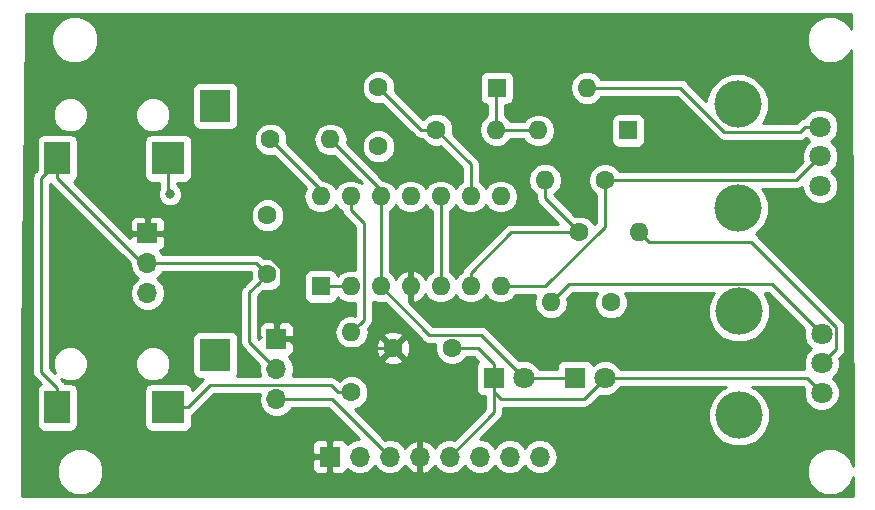
<source format=gbr>
G04 #@! TF.GenerationSoftware,KiCad,Pcbnew,(5.0.1)-rc2*
G04 #@! TF.CreationDate,2018-12-09T02:21:17-05:00*
G04 #@! TF.ProjectId,lfo,6C666F2E6B696361645F706362000000,rev?*
G04 #@! TF.SameCoordinates,Original*
G04 #@! TF.FileFunction,Copper,L1,Top,Signal*
G04 #@! TF.FilePolarity,Positive*
%FSLAX46Y46*%
G04 Gerber Fmt 4.6, Leading zero omitted, Abs format (unit mm)*
G04 Created by KiCad (PCBNEW (5.0.1)-rc2) date 12/9/2018 2:21:17 AM*
%MOMM*%
%LPD*%
G01*
G04 APERTURE LIST*
G04 #@! TA.AperFunction,ComponentPad*
%ADD10C,1.800000*%
G04 #@! TD*
G04 #@! TA.AperFunction,WasherPad*
%ADD11C,4.000000*%
G04 #@! TD*
G04 #@! TA.AperFunction,SMDPad,CuDef*
%ADD12R,2.600000X2.800000*%
G04 #@! TD*
G04 #@! TA.AperFunction,SMDPad,CuDef*
%ADD13R,2.800000X2.800000*%
G04 #@! TD*
G04 #@! TA.AperFunction,SMDPad,CuDef*
%ADD14R,2.200000X2.800000*%
G04 #@! TD*
G04 #@! TA.AperFunction,ComponentPad*
%ADD15O,1.600000X1.600000*%
G04 #@! TD*
G04 #@! TA.AperFunction,ComponentPad*
%ADD16C,1.600000*%
G04 #@! TD*
G04 #@! TA.AperFunction,ComponentPad*
%ADD17R,1.800000X1.800000*%
G04 #@! TD*
G04 #@! TA.AperFunction,ComponentPad*
%ADD18R,1.600000X1.600000*%
G04 #@! TD*
G04 #@! TA.AperFunction,ComponentPad*
%ADD19R,1.700000X1.700000*%
G04 #@! TD*
G04 #@! TA.AperFunction,ComponentPad*
%ADD20O,1.700000X1.700000*%
G04 #@! TD*
G04 #@! TA.AperFunction,ViaPad*
%ADD21C,0.800000*%
G04 #@! TD*
G04 #@! TA.AperFunction,Conductor*
%ADD22C,0.250000*%
G04 #@! TD*
G04 #@! TA.AperFunction,Conductor*
%ADD23C,0.254000*%
G04 #@! TD*
G04 APERTURE END LIST*
D10*
G04 #@! TO.P,RV2,3*
G04 #@! TO.N,Net-(D3-Pad1)*
X172402500Y-62023000D03*
G04 #@! TO.P,RV2,2*
G04 #@! TO.N,Net-(R2-Pad1)*
X172402500Y-59523000D03*
G04 #@! TO.P,RV2,1*
G04 #@! TO.N,Net-(D4-Pad2)*
X172402500Y-57023000D03*
D11*
G04 #@! TO.P,RV2,*
G04 #@! TO.N,*
X165402500Y-63923000D03*
X165402500Y-55123000D03*
G04 #@! TD*
D12*
G04 #@! TO.P,J4,TN*
G04 #@! TO.N,Net-(J4-PadTN)*
X121199000Y-76339000D03*
D13*
G04 #@! TO.P,J4,T*
G04 #@! TO.N,TriOut*
X117199000Y-80789000D03*
D14*
G04 #@! TO.P,J4,S*
G04 #@! TO.N,GND*
X107799000Y-80789000D03*
G04 #@! TD*
G04 #@! TO.P,J5,S*
G04 #@! TO.N,GND*
X107799000Y-59707000D03*
D13*
G04 #@! TO.P,J5,T*
G04 #@! TO.N,PulseOut*
X117199000Y-59707000D03*
D12*
G04 #@! TO.P,J5,TN*
G04 #@! TO.N,Net-(J5-PadTN)*
X121199000Y-55257000D03*
G04 #@! TD*
D15*
G04 #@! TO.P,R3,2*
G04 #@! TO.N,Net-(D3-Pad2)*
X144970500Y-57277000D03*
D16*
G04 #@! TO.P,R3,1*
G04 #@! TO.N,Net-(C1-Pad2)*
X139890500Y-57277000D03*
G04 #@! TD*
G04 #@! TO.P,R4,1*
G04 #@! TO.N,TriOut*
X132715000Y-79502000D03*
D15*
G04 #@! TO.P,R4,2*
G04 #@! TO.N,Net-(C1-Pad1)*
X132715000Y-74422000D03*
G04 #@! TD*
G04 #@! TO.P,R6,2*
G04 #@! TO.N,Net-(R6-Pad2)*
X157099000Y-65976500D03*
D16*
G04 #@! TO.P,R6,1*
G04 #@! TO.N,Net-(R2-Pad2)*
X152019000Y-65976500D03*
G04 #@! TD*
G04 #@! TO.P,R5,1*
G04 #@! TO.N,Net-(R5-Pad1)*
X125857000Y-58102500D03*
D15*
G04 #@! TO.P,R5,2*
G04 #@! TO.N,Net-(D1-Pad2)*
X130937000Y-58102500D03*
G04 #@! TD*
G04 #@! TO.P,R1,2*
G04 #@! TO.N,Net-(R1-Pad2)*
X149606000Y-71882000D03*
D16*
G04 #@! TO.P,R1,1*
G04 #@! TO.N,PulseOut*
X154686000Y-71882000D03*
G04 #@! TD*
G04 #@! TO.P,R2,1*
G04 #@! TO.N,Net-(R2-Pad1)*
X154178000Y-61531500D03*
D15*
G04 #@! TO.P,R2,2*
G04 #@! TO.N,Net-(R2-Pad2)*
X149098000Y-61531500D03*
G04 #@! TD*
D16*
G04 #@! TO.P,C1,1*
G04 #@! TO.N,Net-(C1-Pad1)*
X135001000Y-58674000D03*
G04 #@! TO.P,C1,2*
G04 #@! TO.N,Net-(C1-Pad2)*
X135001000Y-53674000D03*
G04 #@! TD*
G04 #@! TO.P,C2,2*
G04 #@! TO.N,+9V*
X136224000Y-75755500D03*
G04 #@! TO.P,C2,1*
G04 #@! TO.N,GND*
X141224000Y-75755500D03*
G04 #@! TD*
G04 #@! TO.P,C3,1*
G04 #@! TO.N,GND*
X125603000Y-69532500D03*
G04 #@! TO.P,C3,2*
G04 #@! TO.N,-9V*
X125603000Y-64532500D03*
G04 #@! TD*
D17*
G04 #@! TO.P,D1,1*
G04 #@! TO.N,GND*
X144780000Y-78295500D03*
D10*
G04 #@! TO.P,D1,2*
G04 #@! TO.N,Net-(D1-Pad2)*
X147320000Y-78295500D03*
G04 #@! TD*
D17*
G04 #@! TO.P,D2,1*
G04 #@! TO.N,Net-(D1-Pad2)*
X151638000Y-78295500D03*
D10*
G04 #@! TO.P,D2,2*
G04 #@! TO.N,GND*
X154178000Y-78295500D03*
G04 #@! TD*
D15*
G04 #@! TO.P,D3,2*
G04 #@! TO.N,Net-(D3-Pad2)*
X148526500Y-57340500D03*
D18*
G04 #@! TO.P,D3,1*
G04 #@! TO.N,Net-(D3-Pad1)*
X156146500Y-57340500D03*
G04 #@! TD*
G04 #@! TO.P,D4,1*
G04 #@! TO.N,Net-(D3-Pad2)*
X145034000Y-53721000D03*
D15*
G04 #@! TO.P,D4,2*
G04 #@! TO.N,Net-(D4-Pad2)*
X152654000Y-53721000D03*
G04 #@! TD*
D19*
G04 #@! TO.P,J1,1*
G04 #@! TO.N,+9V*
X130873500Y-84963000D03*
D20*
G04 #@! TO.P,J1,2*
G04 #@! TO.N,GND*
X133413500Y-84963000D03*
G04 #@! TO.P,J1,3*
G04 #@! TO.N,-9V*
X135953500Y-84963000D03*
G04 #@! TO.P,J1,4*
G04 #@! TO.N,+9V*
X138493500Y-84963000D03*
G04 #@! TO.P,J1,5*
G04 #@! TO.N,GND*
X141033500Y-84963000D03*
G04 #@! TO.P,J1,6*
G04 #@! TO.N,-9V*
X143573500Y-84963000D03*
G04 #@! TO.P,J1,7*
G04 #@! TO.N,TriOut*
X146113500Y-84963000D03*
G04 #@! TO.P,J1,8*
G04 #@! TO.N,PulseOut*
X148653500Y-84963000D03*
G04 #@! TD*
D19*
G04 #@! TO.P,J2,1*
G04 #@! TO.N,+9V*
X115443000Y-66040000D03*
D20*
G04 #@! TO.P,J2,2*
G04 #@! TO.N,GND*
X115443000Y-68580000D03*
G04 #@! TO.P,J2,3*
G04 #@! TO.N,-9V*
X115443000Y-71120000D03*
G04 #@! TD*
G04 #@! TO.P,J3,3*
G04 #@! TO.N,-9V*
X126365000Y-80073500D03*
G04 #@! TO.P,J3,2*
G04 #@! TO.N,GND*
X126365000Y-77533500D03*
D19*
G04 #@! TO.P,J3,1*
G04 #@! TO.N,+9V*
X126365000Y-74993500D03*
G04 #@! TD*
D11*
G04 #@! TO.P,RV1,*
G04 #@! TO.N,*
X165529500Y-72649000D03*
X165529500Y-81449000D03*
D10*
G04 #@! TO.P,RV1,1*
G04 #@! TO.N,Net-(R1-Pad2)*
X172529500Y-74549000D03*
G04 #@! TO.P,RV1,2*
G04 #@! TO.N,Net-(R6-Pad2)*
X172529500Y-77049000D03*
G04 #@! TO.P,RV1,3*
G04 #@! TO.N,GND*
X172529500Y-79549000D03*
G04 #@! TD*
D18*
G04 #@! TO.P,U1,1*
G04 #@! TO.N,Net-(R1-Pad2)*
X130111500Y-70548500D03*
D15*
G04 #@! TO.P,U1,8*
G04 #@! TO.N,Net-(C1-Pad1)*
X145351500Y-62928500D03*
G04 #@! TO.P,U1,2*
G04 #@! TO.N,Net-(R1-Pad2)*
X132651500Y-70548500D03*
G04 #@! TO.P,U1,9*
G04 #@! TO.N,Net-(C1-Pad2)*
X142811500Y-62928500D03*
G04 #@! TO.P,U1,3*
G04 #@! TO.N,Net-(D1-Pad2)*
X135191500Y-70548500D03*
G04 #@! TO.P,U1,10*
G04 #@! TO.N,GND*
X140271500Y-62928500D03*
G04 #@! TO.P,U1,4*
G04 #@! TO.N,+9V*
X137731500Y-70548500D03*
G04 #@! TO.P,U1,11*
G04 #@! TO.N,-9V*
X137731500Y-62928500D03*
G04 #@! TO.P,U1,5*
G04 #@! TO.N,GND*
X140271500Y-70548500D03*
G04 #@! TO.P,U1,12*
G04 #@! TO.N,Net-(D1-Pad2)*
X135191500Y-62928500D03*
G04 #@! TO.P,U1,6*
G04 #@! TO.N,Net-(R2-Pad2)*
X142811500Y-70548500D03*
G04 #@! TO.P,U1,13*
G04 #@! TO.N,Net-(C1-Pad1)*
X132651500Y-62928500D03*
G04 #@! TO.P,U1,7*
G04 #@! TO.N,Net-(R2-Pad1)*
X145351500Y-70548500D03*
G04 #@! TO.P,U1,14*
G04 #@! TO.N,Net-(R5-Pad1)*
X130111500Y-62928500D03*
G04 #@! TD*
D21*
G04 #@! TO.N,PulseOut*
X117348000Y-62738000D03*
G04 #@! TD*
D22*
G04 #@! TO.N,Net-(C1-Pad1)*
X133514999Y-73622001D02*
X132715000Y-74422000D01*
X133776501Y-73360499D02*
X133514999Y-73622001D01*
X133776501Y-65184871D02*
X133776501Y-73360499D01*
X132651500Y-64059870D02*
X133776501Y-65184871D01*
X132651500Y-62928500D02*
X132651500Y-64059870D01*
G04 #@! TO.N,Net-(C1-Pad2)*
X142811500Y-60198000D02*
X139890500Y-57277000D01*
X142811500Y-62928500D02*
X142811500Y-60198000D01*
X138604000Y-57277000D02*
X139890500Y-57277000D01*
X135001000Y-53674000D02*
X138604000Y-57277000D01*
G04 #@! TO.N,+9V*
X135092630Y-75755500D02*
X136224000Y-75755500D01*
X128227000Y-75755500D02*
X135092630Y-75755500D01*
X127465000Y-74993500D02*
X128227000Y-75755500D01*
X126365000Y-74993500D02*
X127465000Y-74993500D01*
X126365000Y-73893500D02*
X126365000Y-74993500D01*
X126728001Y-73530499D02*
X126365000Y-73893500D01*
X126728001Y-68992499D02*
X126728001Y-73530499D01*
X123775502Y-66040000D02*
X126728001Y-68992499D01*
X115443000Y-66040000D02*
X123775502Y-66040000D01*
G04 #@! TO.N,GND*
X171276000Y-78295500D02*
X154178000Y-78295500D01*
X172529500Y-79549000D02*
X171276000Y-78295500D01*
X144780000Y-79445500D02*
X145408000Y-80073500D01*
X144780000Y-78295500D02*
X144780000Y-79445500D01*
X152400000Y-80073500D02*
X154178000Y-78295500D01*
X145408000Y-80073500D02*
X152400000Y-80073500D01*
X140271500Y-70548500D02*
X140271500Y-62928500D01*
X142355370Y-75755500D02*
X141224000Y-75755500D01*
X143390000Y-75755500D02*
X142355370Y-75755500D01*
X144780000Y-77145500D02*
X143390000Y-75755500D01*
X144780000Y-78295500D02*
X144780000Y-77145500D01*
X107799000Y-60007000D02*
X107799000Y-59707000D01*
X106449000Y-61357000D02*
X107799000Y-60007000D01*
X106449000Y-77789000D02*
X106449000Y-61357000D01*
X107799000Y-79139000D02*
X106449000Y-77789000D01*
X107799000Y-80789000D02*
X107799000Y-79139000D01*
X124650500Y-68580000D02*
X125603000Y-69532500D01*
X115443000Y-68580000D02*
X124650500Y-68580000D01*
X115022000Y-68580000D02*
X115443000Y-68580000D01*
X107799000Y-61357000D02*
X115022000Y-68580000D01*
X107799000Y-59707000D02*
X107799000Y-61357000D01*
X124803001Y-70332499D02*
X125603000Y-69532500D01*
X124079000Y-71056500D02*
X124803001Y-70332499D01*
X124079000Y-75247500D02*
X124079000Y-71056500D01*
X126365000Y-77533500D02*
X124079000Y-75247500D01*
X144780000Y-81216500D02*
X144780000Y-78295500D01*
X141033500Y-84963000D02*
X144780000Y-81216500D01*
G04 #@! TO.N,-9V*
X131064000Y-80073500D02*
X126365000Y-80073500D01*
X135953500Y-84963000D02*
X131064000Y-80073500D01*
G04 #@! TO.N,Net-(D1-Pad2)*
X135191500Y-62357000D02*
X135191500Y-62928500D01*
X130937000Y-58102500D02*
X135191500Y-62357000D01*
X150488000Y-78295500D02*
X147320000Y-78295500D01*
X151638000Y-78295500D02*
X150488000Y-78295500D01*
X146420001Y-77395501D02*
X147320000Y-78295500D01*
X143654999Y-74630499D02*
X146420001Y-77395501D01*
X139273499Y-74630499D02*
X143654999Y-74630499D01*
X135191500Y-70548500D02*
X139273499Y-74630499D01*
X135191500Y-70548500D02*
X135191500Y-62928500D01*
G04 #@! TO.N,Net-(D3-Pad2)*
X145034000Y-57213500D02*
X144970500Y-57277000D01*
X148463000Y-57277000D02*
X148526500Y-57340500D01*
X144970500Y-57277000D02*
X148463000Y-57277000D01*
X144970500Y-53784500D02*
X145034000Y-53721000D01*
X144970500Y-57277000D02*
X144970500Y-53784500D01*
G04 #@! TO.N,Net-(D4-Pad2)*
X171129708Y-57023000D02*
X172402500Y-57023000D01*
X170704707Y-57448001D02*
X171129708Y-57023000D01*
X164286499Y-57448001D02*
X170704707Y-57448001D01*
X160559498Y-53721000D02*
X164286499Y-57448001D01*
X152654000Y-53721000D02*
X160559498Y-53721000D01*
G04 #@! TO.N,TriOut*
X131583630Y-79502000D02*
X132715000Y-79502000D01*
X130980129Y-78898499D02*
X131583630Y-79502000D01*
X120739501Y-78898499D02*
X130980129Y-78898499D01*
X118849000Y-80789000D02*
X120739501Y-78898499D01*
X117199000Y-80789000D02*
X118849000Y-80789000D01*
G04 #@! TO.N,PulseOut*
X117199000Y-62589000D02*
X117348000Y-62738000D01*
X117199000Y-59707000D02*
X117199000Y-62589000D01*
G04 #@! TO.N,Net-(R1-Pad2)*
X131161500Y-70548500D02*
X132651500Y-70548500D01*
X130111500Y-70548500D02*
X131161500Y-70548500D01*
X150405999Y-71082001D02*
X149606000Y-71882000D01*
X151164001Y-70323999D02*
X150405999Y-71082001D01*
X168304499Y-70323999D02*
X151164001Y-70323999D01*
X172529500Y-74549000D02*
X168304499Y-70323999D01*
G04 #@! TO.N,Net-(R2-Pad1)*
X170394000Y-61531500D02*
X172402500Y-59523000D01*
X154178000Y-61531500D02*
X170394000Y-61531500D01*
X146482870Y-70548500D02*
X145351500Y-70548500D01*
X149112002Y-70548500D02*
X146482870Y-70548500D01*
X154178000Y-65482502D02*
X149112002Y-70548500D01*
X154178000Y-61531500D02*
X154178000Y-65482502D01*
G04 #@! TO.N,Net-(R2-Pad2)*
X150887630Y-65976500D02*
X152019000Y-65976500D01*
X146252130Y-65976500D02*
X150887630Y-65976500D01*
X142811500Y-69417130D02*
X146252130Y-65976500D01*
X142811500Y-70548500D02*
X142811500Y-69417130D01*
X149098000Y-63055500D02*
X149098000Y-61531500D01*
X152019000Y-65976500D02*
X149098000Y-63055500D01*
G04 #@! TO.N,Net-(R5-Pad1)*
X130111500Y-62357000D02*
X130111500Y-62928500D01*
X125857000Y-58102500D02*
X130111500Y-62357000D01*
G04 #@! TO.N,Net-(R6-Pad2)*
X173429499Y-76149001D02*
X172529500Y-77049000D01*
X173754501Y-75823999D02*
X173429499Y-76149001D01*
X173754501Y-73960999D02*
X173754501Y-75823999D01*
X166570001Y-66776499D02*
X173754501Y-73960999D01*
X157898999Y-66776499D02*
X166570001Y-66776499D01*
X157099000Y-65976500D02*
X157898999Y-66776499D01*
G04 #@! TD*
D23*
G04 #@! TO.N,+9V*
G36*
X175015151Y-48784511D02*
X174910801Y-48532588D01*
X174352412Y-47974199D01*
X173622841Y-47672000D01*
X172833159Y-47672000D01*
X172103588Y-47974199D01*
X171545199Y-48532588D01*
X171243000Y-49262159D01*
X171243000Y-50051841D01*
X171545199Y-50781412D01*
X172103588Y-51339801D01*
X172833159Y-51642000D01*
X173622841Y-51642000D01*
X174352412Y-51339801D01*
X174910801Y-50781412D01*
X175022985Y-50510576D01*
X175182994Y-85765718D01*
X174910801Y-85108588D01*
X174352412Y-84550199D01*
X173622841Y-84248000D01*
X172833159Y-84248000D01*
X172103588Y-84550199D01*
X171545199Y-85108588D01*
X171243000Y-85838159D01*
X171243000Y-86627841D01*
X171545199Y-87357412D01*
X172103588Y-87915801D01*
X172833159Y-88218000D01*
X173622841Y-88218000D01*
X174352412Y-87915801D01*
X174910801Y-87357412D01*
X175187190Y-86690153D01*
X175194573Y-88317000D01*
X104850000Y-88317000D01*
X104850000Y-85838159D01*
X107743000Y-85838159D01*
X107743000Y-86627841D01*
X108045199Y-87357412D01*
X108603588Y-87915801D01*
X109333159Y-88218000D01*
X110122841Y-88218000D01*
X110852412Y-87915801D01*
X111410801Y-87357412D01*
X111713000Y-86627841D01*
X111713000Y-85838159D01*
X111468859Y-85248750D01*
X129388500Y-85248750D01*
X129388500Y-85939309D01*
X129485173Y-86172698D01*
X129663801Y-86351327D01*
X129897190Y-86448000D01*
X130587750Y-86448000D01*
X130746500Y-86289250D01*
X130746500Y-85090000D01*
X129547250Y-85090000D01*
X129388500Y-85248750D01*
X111468859Y-85248750D01*
X111410801Y-85108588D01*
X110852412Y-84550199D01*
X110122841Y-84248000D01*
X109333159Y-84248000D01*
X108603588Y-84550199D01*
X108045199Y-85108588D01*
X107743000Y-85838159D01*
X104850000Y-85838159D01*
X104850000Y-83986691D01*
X129388500Y-83986691D01*
X129388500Y-84677250D01*
X129547250Y-84836000D01*
X130746500Y-84836000D01*
X130746500Y-83636750D01*
X130587750Y-83478000D01*
X129897190Y-83478000D01*
X129663801Y-83574673D01*
X129485173Y-83753302D01*
X129388500Y-83986691D01*
X104850000Y-83986691D01*
X104850000Y-76037226D01*
X105003146Y-61357000D01*
X105674112Y-61357000D01*
X105689001Y-61431852D01*
X105689000Y-77714153D01*
X105674112Y-77789000D01*
X105689000Y-77863847D01*
X105689000Y-77863851D01*
X105733096Y-78085536D01*
X105901071Y-78336929D01*
X105964530Y-78379331D01*
X106406160Y-78820962D01*
X106241191Y-78931191D01*
X106100843Y-79141235D01*
X106051560Y-79389000D01*
X106051560Y-82189000D01*
X106100843Y-82436765D01*
X106241191Y-82646809D01*
X106451235Y-82787157D01*
X106699000Y-82836440D01*
X108899000Y-82836440D01*
X109146765Y-82787157D01*
X109356809Y-82646809D01*
X109497157Y-82436765D01*
X109546440Y-82189000D01*
X109546440Y-79389000D01*
X109497157Y-79141235D01*
X109356809Y-78931191D01*
X109146765Y-78790843D01*
X108899000Y-78741560D01*
X108447483Y-78741560D01*
X108389329Y-78654526D01*
X108389327Y-78654524D01*
X108346929Y-78591071D01*
X108283476Y-78548673D01*
X108100338Y-78365536D01*
X108603615Y-78574000D01*
X109194385Y-78574000D01*
X109740185Y-78347922D01*
X110157922Y-77930185D01*
X110384000Y-77384385D01*
X110384000Y-76793615D01*
X114414000Y-76793615D01*
X114414000Y-77384385D01*
X114640078Y-77930185D01*
X115057815Y-78347922D01*
X115603615Y-78574000D01*
X116194385Y-78574000D01*
X116740185Y-78347922D01*
X117157922Y-77930185D01*
X117384000Y-77384385D01*
X117384000Y-76793615D01*
X117157922Y-76247815D01*
X116740185Y-75830078D01*
X116194385Y-75604000D01*
X115603615Y-75604000D01*
X115057815Y-75830078D01*
X114640078Y-76247815D01*
X114414000Y-76793615D01*
X110384000Y-76793615D01*
X110157922Y-76247815D01*
X109740185Y-75830078D01*
X109194385Y-75604000D01*
X108603615Y-75604000D01*
X108057815Y-75830078D01*
X107640078Y-76247815D01*
X107414000Y-76793615D01*
X107414000Y-77384385D01*
X107622465Y-77887663D01*
X107209000Y-77474199D01*
X107209000Y-61841964D01*
X107251072Y-61904929D01*
X107314528Y-61947329D01*
X113931943Y-68564744D01*
X113928908Y-68580000D01*
X114044161Y-69159418D01*
X114372375Y-69650625D01*
X114670761Y-69850000D01*
X114372375Y-70049375D01*
X114044161Y-70540582D01*
X113928908Y-71120000D01*
X114044161Y-71699418D01*
X114372375Y-72190625D01*
X114863582Y-72518839D01*
X115296744Y-72605000D01*
X115589256Y-72605000D01*
X116022418Y-72518839D01*
X116513625Y-72190625D01*
X116841839Y-71699418D01*
X116957092Y-71120000D01*
X116841839Y-70540582D01*
X116513625Y-70049375D01*
X116215239Y-69850000D01*
X116513625Y-69650625D01*
X116721178Y-69340000D01*
X124168000Y-69340000D01*
X124168000Y-69817939D01*
X124189896Y-69870802D01*
X123594528Y-70466171D01*
X123531072Y-70508571D01*
X123488672Y-70572027D01*
X123488671Y-70572028D01*
X123363097Y-70759963D01*
X123304112Y-71056500D01*
X123319001Y-71131352D01*
X123319000Y-75172653D01*
X123304112Y-75247500D01*
X123319000Y-75322347D01*
X123319000Y-75322351D01*
X123363096Y-75544036D01*
X123531071Y-75795429D01*
X123594530Y-75837831D01*
X124923791Y-77167092D01*
X124850908Y-77533500D01*
X124966161Y-78112918D01*
X124983254Y-78138499D01*
X122995771Y-78138499D01*
X123097157Y-77986765D01*
X123146440Y-77739000D01*
X123146440Y-74939000D01*
X123097157Y-74691235D01*
X122956809Y-74481191D01*
X122746765Y-74340843D01*
X122499000Y-74291560D01*
X119899000Y-74291560D01*
X119651235Y-74340843D01*
X119441191Y-74481191D01*
X119300843Y-74691235D01*
X119251560Y-74939000D01*
X119251560Y-77739000D01*
X119300843Y-77986765D01*
X119441191Y-78196809D01*
X119651235Y-78337157D01*
X119899000Y-78386440D01*
X120167604Y-78386440D01*
X120149172Y-78414026D01*
X119234454Y-79328744D01*
X119197157Y-79141235D01*
X119056809Y-78931191D01*
X118846765Y-78790843D01*
X118599000Y-78741560D01*
X115799000Y-78741560D01*
X115551235Y-78790843D01*
X115341191Y-78931191D01*
X115200843Y-79141235D01*
X115151560Y-79389000D01*
X115151560Y-82189000D01*
X115200843Y-82436765D01*
X115341191Y-82646809D01*
X115551235Y-82787157D01*
X115799000Y-82836440D01*
X118599000Y-82836440D01*
X118846765Y-82787157D01*
X119056809Y-82646809D01*
X119197157Y-82436765D01*
X119246440Y-82189000D01*
X119246440Y-81437483D01*
X119396929Y-81336929D01*
X119439331Y-81273470D01*
X121054303Y-79658499D01*
X124933457Y-79658499D01*
X124850908Y-80073500D01*
X124966161Y-80652918D01*
X125294375Y-81144125D01*
X125785582Y-81472339D01*
X126218744Y-81558500D01*
X126511256Y-81558500D01*
X126944418Y-81472339D01*
X127435625Y-81144125D01*
X127643178Y-80833500D01*
X130749199Y-80833500D01*
X133393698Y-83478000D01*
X133267244Y-83478000D01*
X132834082Y-83564161D01*
X132342875Y-83892375D01*
X132328404Y-83914033D01*
X132261827Y-83753302D01*
X132083199Y-83574673D01*
X131849810Y-83478000D01*
X131159250Y-83478000D01*
X131000500Y-83636750D01*
X131000500Y-84836000D01*
X131020500Y-84836000D01*
X131020500Y-85090000D01*
X131000500Y-85090000D01*
X131000500Y-86289250D01*
X131159250Y-86448000D01*
X131849810Y-86448000D01*
X132083199Y-86351327D01*
X132261827Y-86172698D01*
X132328404Y-86011967D01*
X132342875Y-86033625D01*
X132834082Y-86361839D01*
X133267244Y-86448000D01*
X133559756Y-86448000D01*
X133992918Y-86361839D01*
X134484125Y-86033625D01*
X134683500Y-85735239D01*
X134882875Y-86033625D01*
X135374082Y-86361839D01*
X135807244Y-86448000D01*
X136099756Y-86448000D01*
X136532918Y-86361839D01*
X137024125Y-86033625D01*
X137237343Y-85714522D01*
X137298317Y-85844358D01*
X137726576Y-86234645D01*
X138136610Y-86404476D01*
X138366500Y-86283155D01*
X138366500Y-85090000D01*
X138346500Y-85090000D01*
X138346500Y-84836000D01*
X138366500Y-84836000D01*
X138366500Y-83642845D01*
X138136610Y-83521524D01*
X137726576Y-83691355D01*
X137298317Y-84081642D01*
X137237343Y-84211478D01*
X137024125Y-83892375D01*
X136532918Y-83564161D01*
X136099756Y-83478000D01*
X135807244Y-83478000D01*
X135587093Y-83521791D01*
X133001756Y-80936455D01*
X133527862Y-80718534D01*
X133931534Y-80314862D01*
X134150000Y-79787439D01*
X134150000Y-79216561D01*
X133931534Y-78689138D01*
X133527862Y-78285466D01*
X133000439Y-78067000D01*
X132429561Y-78067000D01*
X131902138Y-78285466D01*
X131672018Y-78515586D01*
X131570459Y-78414028D01*
X131528058Y-78350570D01*
X131276666Y-78182595D01*
X131054981Y-78138499D01*
X131054976Y-78138499D01*
X130980129Y-78123611D01*
X130905282Y-78138499D01*
X127746746Y-78138499D01*
X127763839Y-78112918D01*
X127879092Y-77533500D01*
X127763839Y-76954082D01*
X127636326Y-76763245D01*
X135395861Y-76763245D01*
X135469995Y-77009364D01*
X136007223Y-77202465D01*
X136577454Y-77175278D01*
X136978005Y-77009364D01*
X137052139Y-76763245D01*
X136224000Y-75935105D01*
X135395861Y-76763245D01*
X127636326Y-76763245D01*
X127435625Y-76462875D01*
X127413967Y-76448404D01*
X127574698Y-76381827D01*
X127753327Y-76203199D01*
X127850000Y-75969810D01*
X127850000Y-75279250D01*
X127691250Y-75120500D01*
X126492000Y-75120500D01*
X126492000Y-75140500D01*
X126238000Y-75140500D01*
X126238000Y-75120500D01*
X126218000Y-75120500D01*
X126218000Y-74866500D01*
X126238000Y-74866500D01*
X126238000Y-73667250D01*
X126492000Y-73667250D01*
X126492000Y-74866500D01*
X127691250Y-74866500D01*
X127850000Y-74707750D01*
X127850000Y-74017190D01*
X127753327Y-73783801D01*
X127574698Y-73605173D01*
X127341309Y-73508500D01*
X126650750Y-73508500D01*
X126492000Y-73667250D01*
X126238000Y-73667250D01*
X126079250Y-73508500D01*
X125388691Y-73508500D01*
X125155302Y-73605173D01*
X124976673Y-73783801D01*
X124880000Y-74017190D01*
X124880000Y-74707750D01*
X125038748Y-74866498D01*
X124880000Y-74866498D01*
X124880000Y-74973699D01*
X124839000Y-74932699D01*
X124839000Y-71371301D01*
X125264698Y-70945604D01*
X125317561Y-70967500D01*
X125888439Y-70967500D01*
X126415862Y-70749034D01*
X126819534Y-70345362D01*
X127038000Y-69817939D01*
X127038000Y-69247061D01*
X126819534Y-68719638D01*
X126415862Y-68315966D01*
X125888439Y-68097500D01*
X125317561Y-68097500D01*
X125264698Y-68119397D01*
X125240831Y-68095529D01*
X125198429Y-68032071D01*
X124947037Y-67864096D01*
X124725352Y-67820000D01*
X124725347Y-67820000D01*
X124650500Y-67805112D01*
X124575653Y-67820000D01*
X116721178Y-67820000D01*
X116513625Y-67509375D01*
X116491967Y-67494904D01*
X116652698Y-67428327D01*
X116831327Y-67249699D01*
X116928000Y-67016310D01*
X116928000Y-66325750D01*
X116769250Y-66167000D01*
X115570000Y-66167000D01*
X115570000Y-66187000D01*
X115316000Y-66187000D01*
X115316000Y-66167000D01*
X114116750Y-66167000D01*
X113958000Y-66325750D01*
X113958000Y-66441198D01*
X112580492Y-65063690D01*
X113958000Y-65063690D01*
X113958000Y-65754250D01*
X114116750Y-65913000D01*
X115316000Y-65913000D01*
X115316000Y-64713750D01*
X115570000Y-64713750D01*
X115570000Y-65913000D01*
X116769250Y-65913000D01*
X116928000Y-65754250D01*
X116928000Y-65063690D01*
X116831327Y-64830301D01*
X116652698Y-64651673D01*
X116419309Y-64555000D01*
X115728750Y-64555000D01*
X115570000Y-64713750D01*
X115316000Y-64713750D01*
X115157250Y-64555000D01*
X114466691Y-64555000D01*
X114233302Y-64651673D01*
X114054673Y-64830301D01*
X113958000Y-65063690D01*
X112580492Y-65063690D01*
X111763863Y-64247061D01*
X124168000Y-64247061D01*
X124168000Y-64817939D01*
X124386466Y-65345362D01*
X124790138Y-65749034D01*
X125317561Y-65967500D01*
X125888439Y-65967500D01*
X126415862Y-65749034D01*
X126819534Y-65345362D01*
X127038000Y-64817939D01*
X127038000Y-64247061D01*
X126819534Y-63719638D01*
X126415862Y-63315966D01*
X125888439Y-63097500D01*
X125317561Y-63097500D01*
X124790138Y-63315966D01*
X124386466Y-63719638D01*
X124168000Y-64247061D01*
X111763863Y-64247061D01*
X109191840Y-61675039D01*
X109356809Y-61564809D01*
X109497157Y-61354765D01*
X109546440Y-61107000D01*
X109546440Y-58307000D01*
X115151560Y-58307000D01*
X115151560Y-61107000D01*
X115200843Y-61354765D01*
X115341191Y-61564809D01*
X115551235Y-61705157D01*
X115799000Y-61754440D01*
X116439001Y-61754440D01*
X116439001Y-62227932D01*
X116313000Y-62532126D01*
X116313000Y-62943874D01*
X116470569Y-63324280D01*
X116761720Y-63615431D01*
X117142126Y-63773000D01*
X117553874Y-63773000D01*
X117934280Y-63615431D01*
X118225431Y-63324280D01*
X118383000Y-62943874D01*
X118383000Y-62532126D01*
X118225431Y-62151720D01*
X117959000Y-61885289D01*
X117959000Y-61754440D01*
X118599000Y-61754440D01*
X118846765Y-61705157D01*
X119056809Y-61564809D01*
X119197157Y-61354765D01*
X119246440Y-61107000D01*
X119246440Y-58307000D01*
X119197157Y-58059235D01*
X119056809Y-57849191D01*
X119008724Y-57817061D01*
X124422000Y-57817061D01*
X124422000Y-58387939D01*
X124640466Y-58915362D01*
X125044138Y-59319034D01*
X125571561Y-59537500D01*
X126142439Y-59537500D01*
X126195302Y-59515603D01*
X128875329Y-62195630D01*
X128759760Y-62368591D01*
X128648387Y-62928500D01*
X128759760Y-63488409D01*
X129076923Y-63963077D01*
X129551591Y-64280240D01*
X129970167Y-64363500D01*
X130252833Y-64363500D01*
X130671409Y-64280240D01*
X131146077Y-63963077D01*
X131381500Y-63610742D01*
X131616923Y-63963077D01*
X131894213Y-64148356D01*
X131935597Y-64356407D01*
X132103572Y-64607799D01*
X132167028Y-64650199D01*
X133016501Y-65499673D01*
X133016501Y-69157990D01*
X132792833Y-69113500D01*
X132510167Y-69113500D01*
X132091591Y-69196760D01*
X131616923Y-69513923D01*
X131536285Y-69634606D01*
X131509657Y-69500735D01*
X131369309Y-69290691D01*
X131159265Y-69150343D01*
X130911500Y-69101060D01*
X129311500Y-69101060D01*
X129063735Y-69150343D01*
X128853691Y-69290691D01*
X128713343Y-69500735D01*
X128664060Y-69748500D01*
X128664060Y-71348500D01*
X128713343Y-71596265D01*
X128853691Y-71806309D01*
X129063735Y-71946657D01*
X129311500Y-71995940D01*
X130911500Y-71995940D01*
X131159265Y-71946657D01*
X131369309Y-71806309D01*
X131509657Y-71596265D01*
X131536285Y-71462394D01*
X131616923Y-71583077D01*
X132091591Y-71900240D01*
X132510167Y-71983500D01*
X132792833Y-71983500D01*
X133016502Y-71939009D01*
X133016502Y-73018860D01*
X132856333Y-72987000D01*
X132573667Y-72987000D01*
X132155091Y-73070260D01*
X131680423Y-73387423D01*
X131363260Y-73862091D01*
X131251887Y-74422000D01*
X131363260Y-74981909D01*
X131680423Y-75456577D01*
X132155091Y-75773740D01*
X132573667Y-75857000D01*
X132856333Y-75857000D01*
X133274909Y-75773740D01*
X133626636Y-75538723D01*
X134777035Y-75538723D01*
X134804222Y-76108954D01*
X134970136Y-76509505D01*
X135216255Y-76583639D01*
X136044395Y-75755500D01*
X136403605Y-75755500D01*
X137231745Y-76583639D01*
X137477864Y-76509505D01*
X137670965Y-75972277D01*
X137643778Y-75402046D01*
X137477864Y-75001495D01*
X137231745Y-74927361D01*
X136403605Y-75755500D01*
X136044395Y-75755500D01*
X135216255Y-74927361D01*
X134970136Y-75001495D01*
X134777035Y-75538723D01*
X133626636Y-75538723D01*
X133749577Y-75456577D01*
X134066740Y-74981909D01*
X134113316Y-74747755D01*
X135395861Y-74747755D01*
X136224000Y-75575895D01*
X137052139Y-74747755D01*
X136978005Y-74501636D01*
X136440777Y-74308535D01*
X135870546Y-74335722D01*
X135469995Y-74501636D01*
X135395861Y-74747755D01*
X134113316Y-74747755D01*
X134178113Y-74422000D01*
X134113688Y-74098113D01*
X134260971Y-73950830D01*
X134324430Y-73908428D01*
X134492405Y-73657036D01*
X134536501Y-73435351D01*
X134536501Y-73435347D01*
X134551389Y-73360499D01*
X134536501Y-73285651D01*
X134536501Y-71836703D01*
X134631591Y-71900240D01*
X135050167Y-71983500D01*
X135332833Y-71983500D01*
X135515386Y-71947188D01*
X138683172Y-75114975D01*
X138725570Y-75178428D01*
X138789023Y-75220826D01*
X138789025Y-75220828D01*
X138883569Y-75284000D01*
X138976962Y-75346403D01*
X139198647Y-75390499D01*
X139198651Y-75390499D01*
X139273498Y-75405387D01*
X139348345Y-75390499D01*
X139821956Y-75390499D01*
X139789000Y-75470061D01*
X139789000Y-76040939D01*
X140007466Y-76568362D01*
X140411138Y-76972034D01*
X140938561Y-77190500D01*
X141509439Y-77190500D01*
X142036862Y-76972034D01*
X142440534Y-76568362D01*
X142462430Y-76515500D01*
X143075199Y-76515500D01*
X143467269Y-76907571D01*
X143422191Y-76937691D01*
X143281843Y-77147735D01*
X143232560Y-77395500D01*
X143232560Y-79195500D01*
X143281843Y-79443265D01*
X143422191Y-79653309D01*
X143632235Y-79793657D01*
X143880000Y-79842940D01*
X144020000Y-79842940D01*
X144020000Y-80901698D01*
X141399908Y-83521791D01*
X141179756Y-83478000D01*
X140887244Y-83478000D01*
X140454082Y-83564161D01*
X139962875Y-83892375D01*
X139749657Y-84211478D01*
X139688683Y-84081642D01*
X139260424Y-83691355D01*
X138850390Y-83521524D01*
X138620500Y-83642845D01*
X138620500Y-84836000D01*
X138640500Y-84836000D01*
X138640500Y-85090000D01*
X138620500Y-85090000D01*
X138620500Y-86283155D01*
X138850390Y-86404476D01*
X139260424Y-86234645D01*
X139688683Y-85844358D01*
X139749657Y-85714522D01*
X139962875Y-86033625D01*
X140454082Y-86361839D01*
X140887244Y-86448000D01*
X141179756Y-86448000D01*
X141612918Y-86361839D01*
X142104125Y-86033625D01*
X142303500Y-85735239D01*
X142502875Y-86033625D01*
X142994082Y-86361839D01*
X143427244Y-86448000D01*
X143719756Y-86448000D01*
X144152918Y-86361839D01*
X144644125Y-86033625D01*
X144843500Y-85735239D01*
X145042875Y-86033625D01*
X145534082Y-86361839D01*
X145967244Y-86448000D01*
X146259756Y-86448000D01*
X146692918Y-86361839D01*
X147184125Y-86033625D01*
X147383500Y-85735239D01*
X147582875Y-86033625D01*
X148074082Y-86361839D01*
X148507244Y-86448000D01*
X148799756Y-86448000D01*
X149232918Y-86361839D01*
X149724125Y-86033625D01*
X150052339Y-85542418D01*
X150167592Y-84963000D01*
X150052339Y-84383582D01*
X149724125Y-83892375D01*
X149232918Y-83564161D01*
X148799756Y-83478000D01*
X148507244Y-83478000D01*
X148074082Y-83564161D01*
X147582875Y-83892375D01*
X147383500Y-84190761D01*
X147184125Y-83892375D01*
X146692918Y-83564161D01*
X146259756Y-83478000D01*
X145967244Y-83478000D01*
X145534082Y-83564161D01*
X145042875Y-83892375D01*
X144843500Y-84190761D01*
X144644125Y-83892375D01*
X144152918Y-83564161D01*
X143719756Y-83478000D01*
X143593302Y-83478000D01*
X145264473Y-81806829D01*
X145327929Y-81764429D01*
X145495904Y-81513037D01*
X145540000Y-81291352D01*
X145540000Y-81291348D01*
X145554888Y-81216501D01*
X145540000Y-81141654D01*
X145540000Y-80833500D01*
X152325153Y-80833500D01*
X152400000Y-80848388D01*
X152474847Y-80833500D01*
X152474852Y-80833500D01*
X152696537Y-80789404D01*
X152947929Y-80621429D01*
X152990331Y-80557970D01*
X153763161Y-79785140D01*
X153872670Y-79830500D01*
X154483330Y-79830500D01*
X155047507Y-79596810D01*
X155479310Y-79165007D01*
X155524669Y-79055500D01*
X164422333Y-79055500D01*
X164036892Y-79215155D01*
X163295655Y-79956392D01*
X162894500Y-80924866D01*
X162894500Y-81973134D01*
X163295655Y-82941608D01*
X164036892Y-83682845D01*
X165005366Y-84084000D01*
X166053634Y-84084000D01*
X167022108Y-83682845D01*
X167763345Y-82941608D01*
X168164500Y-81973134D01*
X168164500Y-80924866D01*
X167763345Y-79956392D01*
X167022108Y-79215155D01*
X166636667Y-79055500D01*
X170961199Y-79055500D01*
X171039860Y-79134161D01*
X170994500Y-79243670D01*
X170994500Y-79854330D01*
X171228190Y-80418507D01*
X171659993Y-80850310D01*
X172224170Y-81084000D01*
X172834830Y-81084000D01*
X173399007Y-80850310D01*
X173830810Y-80418507D01*
X174064500Y-79854330D01*
X174064500Y-79243670D01*
X173830810Y-78679493D01*
X173450317Y-78299000D01*
X173830810Y-77918507D01*
X174064500Y-77354330D01*
X174064500Y-76743670D01*
X174019140Y-76634162D01*
X174019828Y-76633474D01*
X174019830Y-76633471D01*
X174238971Y-76414330D01*
X174302430Y-76371928D01*
X174470405Y-76120536D01*
X174514501Y-75898851D01*
X174514501Y-75898847D01*
X174529389Y-75824000D01*
X174514501Y-75749153D01*
X174514501Y-74035845D01*
X174529389Y-73960998D01*
X174514501Y-73886151D01*
X174514501Y-73886147D01*
X174470405Y-73664462D01*
X174428603Y-73601901D01*
X174344830Y-73476525D01*
X174344828Y-73476523D01*
X174302430Y-73413070D01*
X174238977Y-73370672D01*
X167160332Y-66292029D01*
X167117930Y-66228570D01*
X166941362Y-66110591D01*
X167636345Y-65415608D01*
X168037500Y-64447134D01*
X168037500Y-63398866D01*
X167636345Y-62430392D01*
X167497453Y-62291500D01*
X170319153Y-62291500D01*
X170394000Y-62306388D01*
X170468847Y-62291500D01*
X170468852Y-62291500D01*
X170690537Y-62247404D01*
X170867500Y-62129161D01*
X170867500Y-62328330D01*
X171101190Y-62892507D01*
X171532993Y-63324310D01*
X172097170Y-63558000D01*
X172707830Y-63558000D01*
X173272007Y-63324310D01*
X173703810Y-62892507D01*
X173937500Y-62328330D01*
X173937500Y-61717670D01*
X173703810Y-61153493D01*
X173323317Y-60773000D01*
X173703810Y-60392507D01*
X173937500Y-59828330D01*
X173937500Y-59217670D01*
X173703810Y-58653493D01*
X173323317Y-58273000D01*
X173703810Y-57892507D01*
X173937500Y-57328330D01*
X173937500Y-56717670D01*
X173703810Y-56153493D01*
X173272007Y-55721690D01*
X172707830Y-55488000D01*
X172097170Y-55488000D01*
X171532993Y-55721690D01*
X171101190Y-56153493D01*
X171055918Y-56262790D01*
X171054860Y-56263000D01*
X171054856Y-56263000D01*
X170833171Y-56307096D01*
X170581779Y-56475071D01*
X170539377Y-56538530D01*
X170389906Y-56688001D01*
X167563952Y-56688001D01*
X167636345Y-56615608D01*
X168037500Y-55647134D01*
X168037500Y-54598866D01*
X167636345Y-53630392D01*
X166895108Y-52889155D01*
X165926634Y-52488000D01*
X164878366Y-52488000D01*
X163909892Y-52889155D01*
X163168655Y-53630392D01*
X162767500Y-54598866D01*
X162767500Y-54854200D01*
X161149829Y-53236530D01*
X161107427Y-53173071D01*
X160856035Y-53005096D01*
X160634350Y-52961000D01*
X160634345Y-52961000D01*
X160559498Y-52946112D01*
X160484651Y-52961000D01*
X153872043Y-52961000D01*
X153688577Y-52686423D01*
X153213909Y-52369260D01*
X152795333Y-52286000D01*
X152512667Y-52286000D01*
X152094091Y-52369260D01*
X151619423Y-52686423D01*
X151302260Y-53161091D01*
X151190887Y-53721000D01*
X151302260Y-54280909D01*
X151619423Y-54755577D01*
X152094091Y-55072740D01*
X152512667Y-55156000D01*
X152795333Y-55156000D01*
X153213909Y-55072740D01*
X153688577Y-54755577D01*
X153872043Y-54481000D01*
X160244697Y-54481000D01*
X163696172Y-57932477D01*
X163738570Y-57995930D01*
X163802023Y-58038328D01*
X163802025Y-58038330D01*
X163833312Y-58059235D01*
X163989962Y-58163905D01*
X164211647Y-58208001D01*
X164211651Y-58208001D01*
X164286498Y-58222889D01*
X164361345Y-58208001D01*
X170629860Y-58208001D01*
X170704707Y-58222889D01*
X170779554Y-58208001D01*
X170779559Y-58208001D01*
X171001244Y-58163905D01*
X171223848Y-58015165D01*
X171481683Y-58273000D01*
X171101190Y-58653493D01*
X170867500Y-59217670D01*
X170867500Y-59828330D01*
X170912860Y-59937839D01*
X170079199Y-60771500D01*
X155416430Y-60771500D01*
X155394534Y-60718638D01*
X154990862Y-60314966D01*
X154463439Y-60096500D01*
X153892561Y-60096500D01*
X153365138Y-60314966D01*
X152961466Y-60718638D01*
X152743000Y-61246061D01*
X152743000Y-61816939D01*
X152961466Y-62344362D01*
X153365138Y-62748034D01*
X153418000Y-62769930D01*
X153418001Y-65167699D01*
X153290167Y-65295533D01*
X153235534Y-65163638D01*
X152831862Y-64759966D01*
X152304439Y-64541500D01*
X151733561Y-64541500D01*
X151680698Y-64563397D01*
X149863302Y-62746001D01*
X150132577Y-62566077D01*
X150449740Y-62091409D01*
X150561113Y-61531500D01*
X150449740Y-60971591D01*
X150132577Y-60496923D01*
X149657909Y-60179760D01*
X149239333Y-60096500D01*
X148956667Y-60096500D01*
X148538091Y-60179760D01*
X148063423Y-60496923D01*
X147746260Y-60971591D01*
X147634887Y-61531500D01*
X147746260Y-62091409D01*
X148063423Y-62566077D01*
X148338000Y-62749544D01*
X148338000Y-62980653D01*
X148323112Y-63055500D01*
X148338000Y-63130347D01*
X148338000Y-63130351D01*
X148382096Y-63352036D01*
X148550071Y-63603429D01*
X148613530Y-63645831D01*
X150184198Y-65216500D01*
X146326978Y-65216500D01*
X146252130Y-65201612D01*
X146177282Y-65216500D01*
X146177278Y-65216500D01*
X145955593Y-65260596D01*
X145704201Y-65428571D01*
X145661801Y-65492027D01*
X142327028Y-68826801D01*
X142263572Y-68869201D01*
X142221172Y-68932657D01*
X142221171Y-68932658D01*
X142095597Y-69120593D01*
X142054213Y-69328644D01*
X141776923Y-69513923D01*
X141541500Y-69866258D01*
X141306077Y-69513923D01*
X141031500Y-69330457D01*
X141031500Y-64146543D01*
X141306077Y-63963077D01*
X141541500Y-63610742D01*
X141776923Y-63963077D01*
X142251591Y-64280240D01*
X142670167Y-64363500D01*
X142952833Y-64363500D01*
X143371409Y-64280240D01*
X143846077Y-63963077D01*
X144081500Y-63610742D01*
X144316923Y-63963077D01*
X144791591Y-64280240D01*
X145210167Y-64363500D01*
X145492833Y-64363500D01*
X145911409Y-64280240D01*
X146386077Y-63963077D01*
X146703240Y-63488409D01*
X146814613Y-62928500D01*
X146703240Y-62368591D01*
X146386077Y-61893923D01*
X145911409Y-61576760D01*
X145492833Y-61493500D01*
X145210167Y-61493500D01*
X144791591Y-61576760D01*
X144316923Y-61893923D01*
X144081500Y-62246258D01*
X143846077Y-61893923D01*
X143571500Y-61710457D01*
X143571500Y-60272848D01*
X143586388Y-60198000D01*
X143571500Y-60123152D01*
X143571500Y-60123148D01*
X143527404Y-59901463D01*
X143527404Y-59901462D01*
X143401829Y-59713527D01*
X143359429Y-59650071D01*
X143295973Y-59607671D01*
X141303603Y-57615302D01*
X141325500Y-57562439D01*
X141325500Y-57277000D01*
X143507387Y-57277000D01*
X143618760Y-57836909D01*
X143935923Y-58311577D01*
X144410591Y-58628740D01*
X144829167Y-58712000D01*
X145111833Y-58712000D01*
X145530409Y-58628740D01*
X146005077Y-58311577D01*
X146188543Y-58037000D01*
X147266027Y-58037000D01*
X147491923Y-58375077D01*
X147966591Y-58692240D01*
X148385167Y-58775500D01*
X148667833Y-58775500D01*
X149086409Y-58692240D01*
X149561077Y-58375077D01*
X149878240Y-57900409D01*
X149989613Y-57340500D01*
X149878240Y-56780591D01*
X149717817Y-56540500D01*
X154699060Y-56540500D01*
X154699060Y-58140500D01*
X154748343Y-58388265D01*
X154888691Y-58598309D01*
X155098735Y-58738657D01*
X155346500Y-58787940D01*
X156946500Y-58787940D01*
X157194265Y-58738657D01*
X157404309Y-58598309D01*
X157544657Y-58388265D01*
X157593940Y-58140500D01*
X157593940Y-56540500D01*
X157544657Y-56292735D01*
X157404309Y-56082691D01*
X157194265Y-55942343D01*
X156946500Y-55893060D01*
X155346500Y-55893060D01*
X155098735Y-55942343D01*
X154888691Y-56082691D01*
X154748343Y-56292735D01*
X154699060Y-56540500D01*
X149717817Y-56540500D01*
X149561077Y-56305923D01*
X149086409Y-55988760D01*
X148667833Y-55905500D01*
X148385167Y-55905500D01*
X147966591Y-55988760D01*
X147491923Y-56305923D01*
X147350886Y-56517000D01*
X146188543Y-56517000D01*
X146005077Y-56242423D01*
X145730500Y-56058957D01*
X145730500Y-55168440D01*
X145834000Y-55168440D01*
X146081765Y-55119157D01*
X146291809Y-54978809D01*
X146432157Y-54768765D01*
X146481440Y-54521000D01*
X146481440Y-52921000D01*
X146432157Y-52673235D01*
X146291809Y-52463191D01*
X146081765Y-52322843D01*
X145834000Y-52273560D01*
X144234000Y-52273560D01*
X143986235Y-52322843D01*
X143776191Y-52463191D01*
X143635843Y-52673235D01*
X143586560Y-52921000D01*
X143586560Y-54521000D01*
X143635843Y-54768765D01*
X143776191Y-54978809D01*
X143986235Y-55119157D01*
X144210501Y-55163766D01*
X144210500Y-56058956D01*
X143935923Y-56242423D01*
X143618760Y-56717091D01*
X143507387Y-57277000D01*
X141325500Y-57277000D01*
X141325500Y-56991561D01*
X141107034Y-56464138D01*
X140703362Y-56060466D01*
X140175939Y-55842000D01*
X139605061Y-55842000D01*
X139077638Y-56060466D01*
X138769953Y-56368151D01*
X136414103Y-54012302D01*
X136436000Y-53959439D01*
X136436000Y-53388561D01*
X136217534Y-52861138D01*
X135813862Y-52457466D01*
X135286439Y-52239000D01*
X134715561Y-52239000D01*
X134188138Y-52457466D01*
X133784466Y-52861138D01*
X133566000Y-53388561D01*
X133566000Y-53959439D01*
X133784466Y-54486862D01*
X134188138Y-54890534D01*
X134715561Y-55109000D01*
X135286439Y-55109000D01*
X135339302Y-55087103D01*
X138013673Y-57761476D01*
X138056071Y-57824929D01*
X138119524Y-57867327D01*
X138119526Y-57867329D01*
X138214561Y-57930829D01*
X138307463Y-57992904D01*
X138529148Y-58037000D01*
X138529152Y-58037000D01*
X138603999Y-58051888D01*
X138654108Y-58041921D01*
X138673966Y-58089862D01*
X139077638Y-58493534D01*
X139605061Y-58712000D01*
X140175939Y-58712000D01*
X140228802Y-58690103D01*
X142051501Y-60512803D01*
X142051500Y-61710456D01*
X141776923Y-61893923D01*
X141541500Y-62246258D01*
X141306077Y-61893923D01*
X140831409Y-61576760D01*
X140412833Y-61493500D01*
X140130167Y-61493500D01*
X139711591Y-61576760D01*
X139236923Y-61893923D01*
X139001500Y-62246258D01*
X138766077Y-61893923D01*
X138291409Y-61576760D01*
X137872833Y-61493500D01*
X137590167Y-61493500D01*
X137171591Y-61576760D01*
X136696923Y-61893923D01*
X136461500Y-62246258D01*
X136226077Y-61893923D01*
X135751409Y-61576760D01*
X135420175Y-61510873D01*
X132335688Y-58426387D01*
X132343212Y-58388561D01*
X133566000Y-58388561D01*
X133566000Y-58959439D01*
X133784466Y-59486862D01*
X134188138Y-59890534D01*
X134715561Y-60109000D01*
X135286439Y-60109000D01*
X135813862Y-59890534D01*
X136217534Y-59486862D01*
X136436000Y-58959439D01*
X136436000Y-58388561D01*
X136217534Y-57861138D01*
X135813862Y-57457466D01*
X135286439Y-57239000D01*
X134715561Y-57239000D01*
X134188138Y-57457466D01*
X133784466Y-57861138D01*
X133566000Y-58388561D01*
X132343212Y-58388561D01*
X132400113Y-58102500D01*
X132288740Y-57542591D01*
X131971577Y-57067923D01*
X131496909Y-56750760D01*
X131078333Y-56667500D01*
X130795667Y-56667500D01*
X130377091Y-56750760D01*
X129902423Y-57067923D01*
X129585260Y-57542591D01*
X129473887Y-58102500D01*
X129585260Y-58662409D01*
X129902423Y-59137077D01*
X130377091Y-59454240D01*
X130795667Y-59537500D01*
X131078333Y-59537500D01*
X131260887Y-59501188D01*
X133588266Y-61828568D01*
X133211409Y-61576760D01*
X132792833Y-61493500D01*
X132510167Y-61493500D01*
X132091591Y-61576760D01*
X131616923Y-61893923D01*
X131381500Y-62246258D01*
X131146077Y-61893923D01*
X130671409Y-61576760D01*
X130340175Y-61510873D01*
X127270103Y-58440802D01*
X127292000Y-58387939D01*
X127292000Y-57817061D01*
X127073534Y-57289638D01*
X126669862Y-56885966D01*
X126142439Y-56667500D01*
X125571561Y-56667500D01*
X125044138Y-56885966D01*
X124640466Y-57289638D01*
X124422000Y-57817061D01*
X119008724Y-57817061D01*
X118846765Y-57708843D01*
X118599000Y-57659560D01*
X115799000Y-57659560D01*
X115551235Y-57708843D01*
X115341191Y-57849191D01*
X115200843Y-58059235D01*
X115151560Y-58307000D01*
X109546440Y-58307000D01*
X109497157Y-58059235D01*
X109356809Y-57849191D01*
X109146765Y-57708843D01*
X108899000Y-57659560D01*
X106699000Y-57659560D01*
X106451235Y-57708843D01*
X106241191Y-57849191D01*
X106100843Y-58059235D01*
X106051560Y-58307000D01*
X106051560Y-60679639D01*
X105964528Y-60766671D01*
X105901072Y-60809071D01*
X105858672Y-60872527D01*
X105858671Y-60872528D01*
X105733097Y-61060463D01*
X105674112Y-61357000D01*
X105003146Y-61357000D01*
X105062039Y-55711615D01*
X107414000Y-55711615D01*
X107414000Y-56302385D01*
X107640078Y-56848185D01*
X108057815Y-57265922D01*
X108603615Y-57492000D01*
X109194385Y-57492000D01*
X109740185Y-57265922D01*
X110157922Y-56848185D01*
X110384000Y-56302385D01*
X110384000Y-55711615D01*
X114414000Y-55711615D01*
X114414000Y-56302385D01*
X114640078Y-56848185D01*
X115057815Y-57265922D01*
X115603615Y-57492000D01*
X116194385Y-57492000D01*
X116740185Y-57265922D01*
X117157922Y-56848185D01*
X117384000Y-56302385D01*
X117384000Y-55711615D01*
X117157922Y-55165815D01*
X116740185Y-54748078D01*
X116194385Y-54522000D01*
X115603615Y-54522000D01*
X115057815Y-54748078D01*
X114640078Y-55165815D01*
X114414000Y-55711615D01*
X110384000Y-55711615D01*
X110157922Y-55165815D01*
X109740185Y-54748078D01*
X109194385Y-54522000D01*
X108603615Y-54522000D01*
X108057815Y-54748078D01*
X107640078Y-55165815D01*
X107414000Y-55711615D01*
X105062039Y-55711615D01*
X105081386Y-53857000D01*
X119251560Y-53857000D01*
X119251560Y-56657000D01*
X119300843Y-56904765D01*
X119441191Y-57114809D01*
X119651235Y-57255157D01*
X119899000Y-57304440D01*
X122499000Y-57304440D01*
X122746765Y-57255157D01*
X122956809Y-57114809D01*
X123097157Y-56904765D01*
X123146440Y-56657000D01*
X123146440Y-53857000D01*
X123097157Y-53609235D01*
X122956809Y-53399191D01*
X122746765Y-53258843D01*
X122499000Y-53209560D01*
X119899000Y-53209560D01*
X119651235Y-53258843D01*
X119441191Y-53399191D01*
X119300843Y-53609235D01*
X119251560Y-53857000D01*
X105081386Y-53857000D01*
X105129322Y-49262159D01*
X107298500Y-49262159D01*
X107298500Y-50051841D01*
X107600699Y-50781412D01*
X108159088Y-51339801D01*
X108888659Y-51642000D01*
X109678341Y-51642000D01*
X110407912Y-51339801D01*
X110966301Y-50781412D01*
X111268500Y-50051841D01*
X111268500Y-49262159D01*
X110966301Y-48532588D01*
X110407912Y-47974199D01*
X109678341Y-47672000D01*
X108888659Y-47672000D01*
X108159088Y-47974199D01*
X107600699Y-48532588D01*
X107298500Y-49262159D01*
X105129322Y-49262159D01*
X105148269Y-47446000D01*
X175009076Y-47446000D01*
X175015151Y-48784511D01*
X175015151Y-48784511D01*
G37*
X175015151Y-48784511D02*
X174910801Y-48532588D01*
X174352412Y-47974199D01*
X173622841Y-47672000D01*
X172833159Y-47672000D01*
X172103588Y-47974199D01*
X171545199Y-48532588D01*
X171243000Y-49262159D01*
X171243000Y-50051841D01*
X171545199Y-50781412D01*
X172103588Y-51339801D01*
X172833159Y-51642000D01*
X173622841Y-51642000D01*
X174352412Y-51339801D01*
X174910801Y-50781412D01*
X175022985Y-50510576D01*
X175182994Y-85765718D01*
X174910801Y-85108588D01*
X174352412Y-84550199D01*
X173622841Y-84248000D01*
X172833159Y-84248000D01*
X172103588Y-84550199D01*
X171545199Y-85108588D01*
X171243000Y-85838159D01*
X171243000Y-86627841D01*
X171545199Y-87357412D01*
X172103588Y-87915801D01*
X172833159Y-88218000D01*
X173622841Y-88218000D01*
X174352412Y-87915801D01*
X174910801Y-87357412D01*
X175187190Y-86690153D01*
X175194573Y-88317000D01*
X104850000Y-88317000D01*
X104850000Y-85838159D01*
X107743000Y-85838159D01*
X107743000Y-86627841D01*
X108045199Y-87357412D01*
X108603588Y-87915801D01*
X109333159Y-88218000D01*
X110122841Y-88218000D01*
X110852412Y-87915801D01*
X111410801Y-87357412D01*
X111713000Y-86627841D01*
X111713000Y-85838159D01*
X111468859Y-85248750D01*
X129388500Y-85248750D01*
X129388500Y-85939309D01*
X129485173Y-86172698D01*
X129663801Y-86351327D01*
X129897190Y-86448000D01*
X130587750Y-86448000D01*
X130746500Y-86289250D01*
X130746500Y-85090000D01*
X129547250Y-85090000D01*
X129388500Y-85248750D01*
X111468859Y-85248750D01*
X111410801Y-85108588D01*
X110852412Y-84550199D01*
X110122841Y-84248000D01*
X109333159Y-84248000D01*
X108603588Y-84550199D01*
X108045199Y-85108588D01*
X107743000Y-85838159D01*
X104850000Y-85838159D01*
X104850000Y-83986691D01*
X129388500Y-83986691D01*
X129388500Y-84677250D01*
X129547250Y-84836000D01*
X130746500Y-84836000D01*
X130746500Y-83636750D01*
X130587750Y-83478000D01*
X129897190Y-83478000D01*
X129663801Y-83574673D01*
X129485173Y-83753302D01*
X129388500Y-83986691D01*
X104850000Y-83986691D01*
X104850000Y-76037226D01*
X105003146Y-61357000D01*
X105674112Y-61357000D01*
X105689001Y-61431852D01*
X105689000Y-77714153D01*
X105674112Y-77789000D01*
X105689000Y-77863847D01*
X105689000Y-77863851D01*
X105733096Y-78085536D01*
X105901071Y-78336929D01*
X105964530Y-78379331D01*
X106406160Y-78820962D01*
X106241191Y-78931191D01*
X106100843Y-79141235D01*
X106051560Y-79389000D01*
X106051560Y-82189000D01*
X106100843Y-82436765D01*
X106241191Y-82646809D01*
X106451235Y-82787157D01*
X106699000Y-82836440D01*
X108899000Y-82836440D01*
X109146765Y-82787157D01*
X109356809Y-82646809D01*
X109497157Y-82436765D01*
X109546440Y-82189000D01*
X109546440Y-79389000D01*
X109497157Y-79141235D01*
X109356809Y-78931191D01*
X109146765Y-78790843D01*
X108899000Y-78741560D01*
X108447483Y-78741560D01*
X108389329Y-78654526D01*
X108389327Y-78654524D01*
X108346929Y-78591071D01*
X108283476Y-78548673D01*
X108100338Y-78365536D01*
X108603615Y-78574000D01*
X109194385Y-78574000D01*
X109740185Y-78347922D01*
X110157922Y-77930185D01*
X110384000Y-77384385D01*
X110384000Y-76793615D01*
X114414000Y-76793615D01*
X114414000Y-77384385D01*
X114640078Y-77930185D01*
X115057815Y-78347922D01*
X115603615Y-78574000D01*
X116194385Y-78574000D01*
X116740185Y-78347922D01*
X117157922Y-77930185D01*
X117384000Y-77384385D01*
X117384000Y-76793615D01*
X117157922Y-76247815D01*
X116740185Y-75830078D01*
X116194385Y-75604000D01*
X115603615Y-75604000D01*
X115057815Y-75830078D01*
X114640078Y-76247815D01*
X114414000Y-76793615D01*
X110384000Y-76793615D01*
X110157922Y-76247815D01*
X109740185Y-75830078D01*
X109194385Y-75604000D01*
X108603615Y-75604000D01*
X108057815Y-75830078D01*
X107640078Y-76247815D01*
X107414000Y-76793615D01*
X107414000Y-77384385D01*
X107622465Y-77887663D01*
X107209000Y-77474199D01*
X107209000Y-61841964D01*
X107251072Y-61904929D01*
X107314528Y-61947329D01*
X113931943Y-68564744D01*
X113928908Y-68580000D01*
X114044161Y-69159418D01*
X114372375Y-69650625D01*
X114670761Y-69850000D01*
X114372375Y-70049375D01*
X114044161Y-70540582D01*
X113928908Y-71120000D01*
X114044161Y-71699418D01*
X114372375Y-72190625D01*
X114863582Y-72518839D01*
X115296744Y-72605000D01*
X115589256Y-72605000D01*
X116022418Y-72518839D01*
X116513625Y-72190625D01*
X116841839Y-71699418D01*
X116957092Y-71120000D01*
X116841839Y-70540582D01*
X116513625Y-70049375D01*
X116215239Y-69850000D01*
X116513625Y-69650625D01*
X116721178Y-69340000D01*
X124168000Y-69340000D01*
X124168000Y-69817939D01*
X124189896Y-69870802D01*
X123594528Y-70466171D01*
X123531072Y-70508571D01*
X123488672Y-70572027D01*
X123488671Y-70572028D01*
X123363097Y-70759963D01*
X123304112Y-71056500D01*
X123319001Y-71131352D01*
X123319000Y-75172653D01*
X123304112Y-75247500D01*
X123319000Y-75322347D01*
X123319000Y-75322351D01*
X123363096Y-75544036D01*
X123531071Y-75795429D01*
X123594530Y-75837831D01*
X124923791Y-77167092D01*
X124850908Y-77533500D01*
X124966161Y-78112918D01*
X124983254Y-78138499D01*
X122995771Y-78138499D01*
X123097157Y-77986765D01*
X123146440Y-77739000D01*
X123146440Y-74939000D01*
X123097157Y-74691235D01*
X122956809Y-74481191D01*
X122746765Y-74340843D01*
X122499000Y-74291560D01*
X119899000Y-74291560D01*
X119651235Y-74340843D01*
X119441191Y-74481191D01*
X119300843Y-74691235D01*
X119251560Y-74939000D01*
X119251560Y-77739000D01*
X119300843Y-77986765D01*
X119441191Y-78196809D01*
X119651235Y-78337157D01*
X119899000Y-78386440D01*
X120167604Y-78386440D01*
X120149172Y-78414026D01*
X119234454Y-79328744D01*
X119197157Y-79141235D01*
X119056809Y-78931191D01*
X118846765Y-78790843D01*
X118599000Y-78741560D01*
X115799000Y-78741560D01*
X115551235Y-78790843D01*
X115341191Y-78931191D01*
X115200843Y-79141235D01*
X115151560Y-79389000D01*
X115151560Y-82189000D01*
X115200843Y-82436765D01*
X115341191Y-82646809D01*
X115551235Y-82787157D01*
X115799000Y-82836440D01*
X118599000Y-82836440D01*
X118846765Y-82787157D01*
X119056809Y-82646809D01*
X119197157Y-82436765D01*
X119246440Y-82189000D01*
X119246440Y-81437483D01*
X119396929Y-81336929D01*
X119439331Y-81273470D01*
X121054303Y-79658499D01*
X124933457Y-79658499D01*
X124850908Y-80073500D01*
X124966161Y-80652918D01*
X125294375Y-81144125D01*
X125785582Y-81472339D01*
X126218744Y-81558500D01*
X126511256Y-81558500D01*
X126944418Y-81472339D01*
X127435625Y-81144125D01*
X127643178Y-80833500D01*
X130749199Y-80833500D01*
X133393698Y-83478000D01*
X133267244Y-83478000D01*
X132834082Y-83564161D01*
X132342875Y-83892375D01*
X132328404Y-83914033D01*
X132261827Y-83753302D01*
X132083199Y-83574673D01*
X131849810Y-83478000D01*
X131159250Y-83478000D01*
X131000500Y-83636750D01*
X131000500Y-84836000D01*
X131020500Y-84836000D01*
X131020500Y-85090000D01*
X131000500Y-85090000D01*
X131000500Y-86289250D01*
X131159250Y-86448000D01*
X131849810Y-86448000D01*
X132083199Y-86351327D01*
X132261827Y-86172698D01*
X132328404Y-86011967D01*
X132342875Y-86033625D01*
X132834082Y-86361839D01*
X133267244Y-86448000D01*
X133559756Y-86448000D01*
X133992918Y-86361839D01*
X134484125Y-86033625D01*
X134683500Y-85735239D01*
X134882875Y-86033625D01*
X135374082Y-86361839D01*
X135807244Y-86448000D01*
X136099756Y-86448000D01*
X136532918Y-86361839D01*
X137024125Y-86033625D01*
X137237343Y-85714522D01*
X137298317Y-85844358D01*
X137726576Y-86234645D01*
X138136610Y-86404476D01*
X138366500Y-86283155D01*
X138366500Y-85090000D01*
X138346500Y-85090000D01*
X138346500Y-84836000D01*
X138366500Y-84836000D01*
X138366500Y-83642845D01*
X138136610Y-83521524D01*
X137726576Y-83691355D01*
X137298317Y-84081642D01*
X137237343Y-84211478D01*
X137024125Y-83892375D01*
X136532918Y-83564161D01*
X136099756Y-83478000D01*
X135807244Y-83478000D01*
X135587093Y-83521791D01*
X133001756Y-80936455D01*
X133527862Y-80718534D01*
X133931534Y-80314862D01*
X134150000Y-79787439D01*
X134150000Y-79216561D01*
X133931534Y-78689138D01*
X133527862Y-78285466D01*
X133000439Y-78067000D01*
X132429561Y-78067000D01*
X131902138Y-78285466D01*
X131672018Y-78515586D01*
X131570459Y-78414028D01*
X131528058Y-78350570D01*
X131276666Y-78182595D01*
X131054981Y-78138499D01*
X131054976Y-78138499D01*
X130980129Y-78123611D01*
X130905282Y-78138499D01*
X127746746Y-78138499D01*
X127763839Y-78112918D01*
X127879092Y-77533500D01*
X127763839Y-76954082D01*
X127636326Y-76763245D01*
X135395861Y-76763245D01*
X135469995Y-77009364D01*
X136007223Y-77202465D01*
X136577454Y-77175278D01*
X136978005Y-77009364D01*
X137052139Y-76763245D01*
X136224000Y-75935105D01*
X135395861Y-76763245D01*
X127636326Y-76763245D01*
X127435625Y-76462875D01*
X127413967Y-76448404D01*
X127574698Y-76381827D01*
X127753327Y-76203199D01*
X127850000Y-75969810D01*
X127850000Y-75279250D01*
X127691250Y-75120500D01*
X126492000Y-75120500D01*
X126492000Y-75140500D01*
X126238000Y-75140500D01*
X126238000Y-75120500D01*
X126218000Y-75120500D01*
X126218000Y-74866500D01*
X126238000Y-74866500D01*
X126238000Y-73667250D01*
X126492000Y-73667250D01*
X126492000Y-74866500D01*
X127691250Y-74866500D01*
X127850000Y-74707750D01*
X127850000Y-74017190D01*
X127753327Y-73783801D01*
X127574698Y-73605173D01*
X127341309Y-73508500D01*
X126650750Y-73508500D01*
X126492000Y-73667250D01*
X126238000Y-73667250D01*
X126079250Y-73508500D01*
X125388691Y-73508500D01*
X125155302Y-73605173D01*
X124976673Y-73783801D01*
X124880000Y-74017190D01*
X124880000Y-74707750D01*
X125038748Y-74866498D01*
X124880000Y-74866498D01*
X124880000Y-74973699D01*
X124839000Y-74932699D01*
X124839000Y-71371301D01*
X125264698Y-70945604D01*
X125317561Y-70967500D01*
X125888439Y-70967500D01*
X126415862Y-70749034D01*
X126819534Y-70345362D01*
X127038000Y-69817939D01*
X127038000Y-69247061D01*
X126819534Y-68719638D01*
X126415862Y-68315966D01*
X125888439Y-68097500D01*
X125317561Y-68097500D01*
X125264698Y-68119397D01*
X125240831Y-68095529D01*
X125198429Y-68032071D01*
X124947037Y-67864096D01*
X124725352Y-67820000D01*
X124725347Y-67820000D01*
X124650500Y-67805112D01*
X124575653Y-67820000D01*
X116721178Y-67820000D01*
X116513625Y-67509375D01*
X116491967Y-67494904D01*
X116652698Y-67428327D01*
X116831327Y-67249699D01*
X116928000Y-67016310D01*
X116928000Y-66325750D01*
X116769250Y-66167000D01*
X115570000Y-66167000D01*
X115570000Y-66187000D01*
X115316000Y-66187000D01*
X115316000Y-66167000D01*
X114116750Y-66167000D01*
X113958000Y-66325750D01*
X113958000Y-66441198D01*
X112580492Y-65063690D01*
X113958000Y-65063690D01*
X113958000Y-65754250D01*
X114116750Y-65913000D01*
X115316000Y-65913000D01*
X115316000Y-64713750D01*
X115570000Y-64713750D01*
X115570000Y-65913000D01*
X116769250Y-65913000D01*
X116928000Y-65754250D01*
X116928000Y-65063690D01*
X116831327Y-64830301D01*
X116652698Y-64651673D01*
X116419309Y-64555000D01*
X115728750Y-64555000D01*
X115570000Y-64713750D01*
X115316000Y-64713750D01*
X115157250Y-64555000D01*
X114466691Y-64555000D01*
X114233302Y-64651673D01*
X114054673Y-64830301D01*
X113958000Y-65063690D01*
X112580492Y-65063690D01*
X111763863Y-64247061D01*
X124168000Y-64247061D01*
X124168000Y-64817939D01*
X124386466Y-65345362D01*
X124790138Y-65749034D01*
X125317561Y-65967500D01*
X125888439Y-65967500D01*
X126415862Y-65749034D01*
X126819534Y-65345362D01*
X127038000Y-64817939D01*
X127038000Y-64247061D01*
X126819534Y-63719638D01*
X126415862Y-63315966D01*
X125888439Y-63097500D01*
X125317561Y-63097500D01*
X124790138Y-63315966D01*
X124386466Y-63719638D01*
X124168000Y-64247061D01*
X111763863Y-64247061D01*
X109191840Y-61675039D01*
X109356809Y-61564809D01*
X109497157Y-61354765D01*
X109546440Y-61107000D01*
X109546440Y-58307000D01*
X115151560Y-58307000D01*
X115151560Y-61107000D01*
X115200843Y-61354765D01*
X115341191Y-61564809D01*
X115551235Y-61705157D01*
X115799000Y-61754440D01*
X116439001Y-61754440D01*
X116439001Y-62227932D01*
X116313000Y-62532126D01*
X116313000Y-62943874D01*
X116470569Y-63324280D01*
X116761720Y-63615431D01*
X117142126Y-63773000D01*
X117553874Y-63773000D01*
X117934280Y-63615431D01*
X118225431Y-63324280D01*
X118383000Y-62943874D01*
X118383000Y-62532126D01*
X118225431Y-62151720D01*
X117959000Y-61885289D01*
X117959000Y-61754440D01*
X118599000Y-61754440D01*
X118846765Y-61705157D01*
X119056809Y-61564809D01*
X119197157Y-61354765D01*
X119246440Y-61107000D01*
X119246440Y-58307000D01*
X119197157Y-58059235D01*
X119056809Y-57849191D01*
X119008724Y-57817061D01*
X124422000Y-57817061D01*
X124422000Y-58387939D01*
X124640466Y-58915362D01*
X125044138Y-59319034D01*
X125571561Y-59537500D01*
X126142439Y-59537500D01*
X126195302Y-59515603D01*
X128875329Y-62195630D01*
X128759760Y-62368591D01*
X128648387Y-62928500D01*
X128759760Y-63488409D01*
X129076923Y-63963077D01*
X129551591Y-64280240D01*
X129970167Y-64363500D01*
X130252833Y-64363500D01*
X130671409Y-64280240D01*
X131146077Y-63963077D01*
X131381500Y-63610742D01*
X131616923Y-63963077D01*
X131894213Y-64148356D01*
X131935597Y-64356407D01*
X132103572Y-64607799D01*
X132167028Y-64650199D01*
X133016501Y-65499673D01*
X133016501Y-69157990D01*
X132792833Y-69113500D01*
X132510167Y-69113500D01*
X132091591Y-69196760D01*
X131616923Y-69513923D01*
X131536285Y-69634606D01*
X131509657Y-69500735D01*
X131369309Y-69290691D01*
X131159265Y-69150343D01*
X130911500Y-69101060D01*
X129311500Y-69101060D01*
X129063735Y-69150343D01*
X128853691Y-69290691D01*
X128713343Y-69500735D01*
X128664060Y-69748500D01*
X128664060Y-71348500D01*
X128713343Y-71596265D01*
X128853691Y-71806309D01*
X129063735Y-71946657D01*
X129311500Y-71995940D01*
X130911500Y-71995940D01*
X131159265Y-71946657D01*
X131369309Y-71806309D01*
X131509657Y-71596265D01*
X131536285Y-71462394D01*
X131616923Y-71583077D01*
X132091591Y-71900240D01*
X132510167Y-71983500D01*
X132792833Y-71983500D01*
X133016502Y-71939009D01*
X133016502Y-73018860D01*
X132856333Y-72987000D01*
X132573667Y-72987000D01*
X132155091Y-73070260D01*
X131680423Y-73387423D01*
X131363260Y-73862091D01*
X131251887Y-74422000D01*
X131363260Y-74981909D01*
X131680423Y-75456577D01*
X132155091Y-75773740D01*
X132573667Y-75857000D01*
X132856333Y-75857000D01*
X133274909Y-75773740D01*
X133626636Y-75538723D01*
X134777035Y-75538723D01*
X134804222Y-76108954D01*
X134970136Y-76509505D01*
X135216255Y-76583639D01*
X136044395Y-75755500D01*
X136403605Y-75755500D01*
X137231745Y-76583639D01*
X137477864Y-76509505D01*
X137670965Y-75972277D01*
X137643778Y-75402046D01*
X137477864Y-75001495D01*
X137231745Y-74927361D01*
X136403605Y-75755500D01*
X136044395Y-75755500D01*
X135216255Y-74927361D01*
X134970136Y-75001495D01*
X134777035Y-75538723D01*
X133626636Y-75538723D01*
X133749577Y-75456577D01*
X134066740Y-74981909D01*
X134113316Y-74747755D01*
X135395861Y-74747755D01*
X136224000Y-75575895D01*
X137052139Y-74747755D01*
X136978005Y-74501636D01*
X136440777Y-74308535D01*
X135870546Y-74335722D01*
X135469995Y-74501636D01*
X135395861Y-74747755D01*
X134113316Y-74747755D01*
X134178113Y-74422000D01*
X134113688Y-74098113D01*
X134260971Y-73950830D01*
X134324430Y-73908428D01*
X134492405Y-73657036D01*
X134536501Y-73435351D01*
X134536501Y-73435347D01*
X134551389Y-73360499D01*
X134536501Y-73285651D01*
X134536501Y-71836703D01*
X134631591Y-71900240D01*
X135050167Y-71983500D01*
X135332833Y-71983500D01*
X135515386Y-71947188D01*
X138683172Y-75114975D01*
X138725570Y-75178428D01*
X138789023Y-75220826D01*
X138789025Y-75220828D01*
X138883569Y-75284000D01*
X138976962Y-75346403D01*
X139198647Y-75390499D01*
X139198651Y-75390499D01*
X139273498Y-75405387D01*
X139348345Y-75390499D01*
X139821956Y-75390499D01*
X139789000Y-75470061D01*
X139789000Y-76040939D01*
X140007466Y-76568362D01*
X140411138Y-76972034D01*
X140938561Y-77190500D01*
X141509439Y-77190500D01*
X142036862Y-76972034D01*
X142440534Y-76568362D01*
X142462430Y-76515500D01*
X143075199Y-76515500D01*
X143467269Y-76907571D01*
X143422191Y-76937691D01*
X143281843Y-77147735D01*
X143232560Y-77395500D01*
X143232560Y-79195500D01*
X143281843Y-79443265D01*
X143422191Y-79653309D01*
X143632235Y-79793657D01*
X143880000Y-79842940D01*
X144020000Y-79842940D01*
X144020000Y-80901698D01*
X141399908Y-83521791D01*
X141179756Y-83478000D01*
X140887244Y-83478000D01*
X140454082Y-83564161D01*
X139962875Y-83892375D01*
X139749657Y-84211478D01*
X139688683Y-84081642D01*
X139260424Y-83691355D01*
X138850390Y-83521524D01*
X138620500Y-83642845D01*
X138620500Y-84836000D01*
X138640500Y-84836000D01*
X138640500Y-85090000D01*
X138620500Y-85090000D01*
X138620500Y-86283155D01*
X138850390Y-86404476D01*
X139260424Y-86234645D01*
X139688683Y-85844358D01*
X139749657Y-85714522D01*
X139962875Y-86033625D01*
X140454082Y-86361839D01*
X140887244Y-86448000D01*
X141179756Y-86448000D01*
X141612918Y-86361839D01*
X142104125Y-86033625D01*
X142303500Y-85735239D01*
X142502875Y-86033625D01*
X142994082Y-86361839D01*
X143427244Y-86448000D01*
X143719756Y-86448000D01*
X144152918Y-86361839D01*
X144644125Y-86033625D01*
X144843500Y-85735239D01*
X145042875Y-86033625D01*
X145534082Y-86361839D01*
X145967244Y-86448000D01*
X146259756Y-86448000D01*
X146692918Y-86361839D01*
X147184125Y-86033625D01*
X147383500Y-85735239D01*
X147582875Y-86033625D01*
X148074082Y-86361839D01*
X148507244Y-86448000D01*
X148799756Y-86448000D01*
X149232918Y-86361839D01*
X149724125Y-86033625D01*
X150052339Y-85542418D01*
X150167592Y-84963000D01*
X150052339Y-84383582D01*
X149724125Y-83892375D01*
X149232918Y-83564161D01*
X148799756Y-83478000D01*
X148507244Y-83478000D01*
X148074082Y-83564161D01*
X147582875Y-83892375D01*
X147383500Y-84190761D01*
X147184125Y-83892375D01*
X146692918Y-83564161D01*
X146259756Y-83478000D01*
X145967244Y-83478000D01*
X145534082Y-83564161D01*
X145042875Y-83892375D01*
X144843500Y-84190761D01*
X144644125Y-83892375D01*
X144152918Y-83564161D01*
X143719756Y-83478000D01*
X143593302Y-83478000D01*
X145264473Y-81806829D01*
X145327929Y-81764429D01*
X145495904Y-81513037D01*
X145540000Y-81291352D01*
X145540000Y-81291348D01*
X145554888Y-81216501D01*
X145540000Y-81141654D01*
X145540000Y-80833500D01*
X152325153Y-80833500D01*
X152400000Y-80848388D01*
X152474847Y-80833500D01*
X152474852Y-80833500D01*
X152696537Y-80789404D01*
X152947929Y-80621429D01*
X152990331Y-80557970D01*
X153763161Y-79785140D01*
X153872670Y-79830500D01*
X154483330Y-79830500D01*
X155047507Y-79596810D01*
X155479310Y-79165007D01*
X155524669Y-79055500D01*
X164422333Y-79055500D01*
X164036892Y-79215155D01*
X163295655Y-79956392D01*
X162894500Y-80924866D01*
X162894500Y-81973134D01*
X163295655Y-82941608D01*
X164036892Y-83682845D01*
X165005366Y-84084000D01*
X166053634Y-84084000D01*
X167022108Y-83682845D01*
X167763345Y-82941608D01*
X168164500Y-81973134D01*
X168164500Y-80924866D01*
X167763345Y-79956392D01*
X167022108Y-79215155D01*
X166636667Y-79055500D01*
X170961199Y-79055500D01*
X171039860Y-79134161D01*
X170994500Y-79243670D01*
X170994500Y-79854330D01*
X171228190Y-80418507D01*
X171659993Y-80850310D01*
X172224170Y-81084000D01*
X172834830Y-81084000D01*
X173399007Y-80850310D01*
X173830810Y-80418507D01*
X174064500Y-79854330D01*
X174064500Y-79243670D01*
X173830810Y-78679493D01*
X173450317Y-78299000D01*
X173830810Y-77918507D01*
X174064500Y-77354330D01*
X174064500Y-76743670D01*
X174019140Y-76634162D01*
X174019828Y-76633474D01*
X174019830Y-76633471D01*
X174238971Y-76414330D01*
X174302430Y-76371928D01*
X174470405Y-76120536D01*
X174514501Y-75898851D01*
X174514501Y-75898847D01*
X174529389Y-75824000D01*
X174514501Y-75749153D01*
X174514501Y-74035845D01*
X174529389Y-73960998D01*
X174514501Y-73886151D01*
X174514501Y-73886147D01*
X174470405Y-73664462D01*
X174428603Y-73601901D01*
X174344830Y-73476525D01*
X174344828Y-73476523D01*
X174302430Y-73413070D01*
X174238977Y-73370672D01*
X167160332Y-66292029D01*
X167117930Y-66228570D01*
X166941362Y-66110591D01*
X167636345Y-65415608D01*
X168037500Y-64447134D01*
X168037500Y-63398866D01*
X167636345Y-62430392D01*
X167497453Y-62291500D01*
X170319153Y-62291500D01*
X170394000Y-62306388D01*
X170468847Y-62291500D01*
X170468852Y-62291500D01*
X170690537Y-62247404D01*
X170867500Y-62129161D01*
X170867500Y-62328330D01*
X171101190Y-62892507D01*
X171532993Y-63324310D01*
X172097170Y-63558000D01*
X172707830Y-63558000D01*
X173272007Y-63324310D01*
X173703810Y-62892507D01*
X173937500Y-62328330D01*
X173937500Y-61717670D01*
X173703810Y-61153493D01*
X173323317Y-60773000D01*
X173703810Y-60392507D01*
X173937500Y-59828330D01*
X173937500Y-59217670D01*
X173703810Y-58653493D01*
X173323317Y-58273000D01*
X173703810Y-57892507D01*
X173937500Y-57328330D01*
X173937500Y-56717670D01*
X173703810Y-56153493D01*
X173272007Y-55721690D01*
X172707830Y-55488000D01*
X172097170Y-55488000D01*
X171532993Y-55721690D01*
X171101190Y-56153493D01*
X171055918Y-56262790D01*
X171054860Y-56263000D01*
X171054856Y-56263000D01*
X170833171Y-56307096D01*
X170581779Y-56475071D01*
X170539377Y-56538530D01*
X170389906Y-56688001D01*
X167563952Y-56688001D01*
X167636345Y-56615608D01*
X168037500Y-55647134D01*
X168037500Y-54598866D01*
X167636345Y-53630392D01*
X166895108Y-52889155D01*
X165926634Y-52488000D01*
X164878366Y-52488000D01*
X163909892Y-52889155D01*
X163168655Y-53630392D01*
X162767500Y-54598866D01*
X162767500Y-54854200D01*
X161149829Y-53236530D01*
X161107427Y-53173071D01*
X160856035Y-53005096D01*
X160634350Y-52961000D01*
X160634345Y-52961000D01*
X160559498Y-52946112D01*
X160484651Y-52961000D01*
X153872043Y-52961000D01*
X153688577Y-52686423D01*
X153213909Y-52369260D01*
X152795333Y-52286000D01*
X152512667Y-52286000D01*
X152094091Y-52369260D01*
X151619423Y-52686423D01*
X151302260Y-53161091D01*
X151190887Y-53721000D01*
X151302260Y-54280909D01*
X151619423Y-54755577D01*
X152094091Y-55072740D01*
X152512667Y-55156000D01*
X152795333Y-55156000D01*
X153213909Y-55072740D01*
X153688577Y-54755577D01*
X153872043Y-54481000D01*
X160244697Y-54481000D01*
X163696172Y-57932477D01*
X163738570Y-57995930D01*
X163802023Y-58038328D01*
X163802025Y-58038330D01*
X163833312Y-58059235D01*
X163989962Y-58163905D01*
X164211647Y-58208001D01*
X164211651Y-58208001D01*
X164286498Y-58222889D01*
X164361345Y-58208001D01*
X170629860Y-58208001D01*
X170704707Y-58222889D01*
X170779554Y-58208001D01*
X170779559Y-58208001D01*
X171001244Y-58163905D01*
X171223848Y-58015165D01*
X171481683Y-58273000D01*
X171101190Y-58653493D01*
X170867500Y-59217670D01*
X170867500Y-59828330D01*
X170912860Y-59937839D01*
X170079199Y-60771500D01*
X155416430Y-60771500D01*
X155394534Y-60718638D01*
X154990862Y-60314966D01*
X154463439Y-60096500D01*
X153892561Y-60096500D01*
X153365138Y-60314966D01*
X152961466Y-60718638D01*
X152743000Y-61246061D01*
X152743000Y-61816939D01*
X152961466Y-62344362D01*
X153365138Y-62748034D01*
X153418000Y-62769930D01*
X153418001Y-65167699D01*
X153290167Y-65295533D01*
X153235534Y-65163638D01*
X152831862Y-64759966D01*
X152304439Y-64541500D01*
X151733561Y-64541500D01*
X151680698Y-64563397D01*
X149863302Y-62746001D01*
X150132577Y-62566077D01*
X150449740Y-62091409D01*
X150561113Y-61531500D01*
X150449740Y-60971591D01*
X150132577Y-60496923D01*
X149657909Y-60179760D01*
X149239333Y-60096500D01*
X148956667Y-60096500D01*
X148538091Y-60179760D01*
X148063423Y-60496923D01*
X147746260Y-60971591D01*
X147634887Y-61531500D01*
X147746260Y-62091409D01*
X148063423Y-62566077D01*
X148338000Y-62749544D01*
X148338000Y-62980653D01*
X148323112Y-63055500D01*
X148338000Y-63130347D01*
X148338000Y-63130351D01*
X148382096Y-63352036D01*
X148550071Y-63603429D01*
X148613530Y-63645831D01*
X150184198Y-65216500D01*
X146326978Y-65216500D01*
X146252130Y-65201612D01*
X146177282Y-65216500D01*
X146177278Y-65216500D01*
X145955593Y-65260596D01*
X145704201Y-65428571D01*
X145661801Y-65492027D01*
X142327028Y-68826801D01*
X142263572Y-68869201D01*
X142221172Y-68932657D01*
X142221171Y-68932658D01*
X142095597Y-69120593D01*
X142054213Y-69328644D01*
X141776923Y-69513923D01*
X141541500Y-69866258D01*
X141306077Y-69513923D01*
X141031500Y-69330457D01*
X141031500Y-64146543D01*
X141306077Y-63963077D01*
X141541500Y-63610742D01*
X141776923Y-63963077D01*
X142251591Y-64280240D01*
X142670167Y-64363500D01*
X142952833Y-64363500D01*
X143371409Y-64280240D01*
X143846077Y-63963077D01*
X144081500Y-63610742D01*
X144316923Y-63963077D01*
X144791591Y-64280240D01*
X145210167Y-64363500D01*
X145492833Y-64363500D01*
X145911409Y-64280240D01*
X146386077Y-63963077D01*
X146703240Y-63488409D01*
X146814613Y-62928500D01*
X146703240Y-62368591D01*
X146386077Y-61893923D01*
X145911409Y-61576760D01*
X145492833Y-61493500D01*
X145210167Y-61493500D01*
X144791591Y-61576760D01*
X144316923Y-61893923D01*
X144081500Y-62246258D01*
X143846077Y-61893923D01*
X143571500Y-61710457D01*
X143571500Y-60272848D01*
X143586388Y-60198000D01*
X143571500Y-60123152D01*
X143571500Y-60123148D01*
X143527404Y-59901463D01*
X143527404Y-59901462D01*
X143401829Y-59713527D01*
X143359429Y-59650071D01*
X143295973Y-59607671D01*
X141303603Y-57615302D01*
X141325500Y-57562439D01*
X141325500Y-57277000D01*
X143507387Y-57277000D01*
X143618760Y-57836909D01*
X143935923Y-58311577D01*
X144410591Y-58628740D01*
X144829167Y-58712000D01*
X145111833Y-58712000D01*
X145530409Y-58628740D01*
X146005077Y-58311577D01*
X146188543Y-58037000D01*
X147266027Y-58037000D01*
X147491923Y-58375077D01*
X147966591Y-58692240D01*
X148385167Y-58775500D01*
X148667833Y-58775500D01*
X149086409Y-58692240D01*
X149561077Y-58375077D01*
X149878240Y-57900409D01*
X149989613Y-57340500D01*
X149878240Y-56780591D01*
X149717817Y-56540500D01*
X154699060Y-56540500D01*
X154699060Y-58140500D01*
X154748343Y-58388265D01*
X154888691Y-58598309D01*
X155098735Y-58738657D01*
X155346500Y-58787940D01*
X156946500Y-58787940D01*
X157194265Y-58738657D01*
X157404309Y-58598309D01*
X157544657Y-58388265D01*
X157593940Y-58140500D01*
X157593940Y-56540500D01*
X157544657Y-56292735D01*
X157404309Y-56082691D01*
X157194265Y-55942343D01*
X156946500Y-55893060D01*
X155346500Y-55893060D01*
X155098735Y-55942343D01*
X154888691Y-56082691D01*
X154748343Y-56292735D01*
X154699060Y-56540500D01*
X149717817Y-56540500D01*
X149561077Y-56305923D01*
X149086409Y-55988760D01*
X148667833Y-55905500D01*
X148385167Y-55905500D01*
X147966591Y-55988760D01*
X147491923Y-56305923D01*
X147350886Y-56517000D01*
X146188543Y-56517000D01*
X146005077Y-56242423D01*
X145730500Y-56058957D01*
X145730500Y-55168440D01*
X145834000Y-55168440D01*
X146081765Y-55119157D01*
X146291809Y-54978809D01*
X146432157Y-54768765D01*
X146481440Y-54521000D01*
X146481440Y-52921000D01*
X146432157Y-52673235D01*
X146291809Y-52463191D01*
X146081765Y-52322843D01*
X145834000Y-52273560D01*
X144234000Y-52273560D01*
X143986235Y-52322843D01*
X143776191Y-52463191D01*
X143635843Y-52673235D01*
X143586560Y-52921000D01*
X143586560Y-54521000D01*
X143635843Y-54768765D01*
X143776191Y-54978809D01*
X143986235Y-55119157D01*
X144210501Y-55163766D01*
X144210500Y-56058956D01*
X143935923Y-56242423D01*
X143618760Y-56717091D01*
X143507387Y-57277000D01*
X141325500Y-57277000D01*
X141325500Y-56991561D01*
X141107034Y-56464138D01*
X140703362Y-56060466D01*
X140175939Y-55842000D01*
X139605061Y-55842000D01*
X139077638Y-56060466D01*
X138769953Y-56368151D01*
X136414103Y-54012302D01*
X136436000Y-53959439D01*
X136436000Y-53388561D01*
X136217534Y-52861138D01*
X135813862Y-52457466D01*
X135286439Y-52239000D01*
X134715561Y-52239000D01*
X134188138Y-52457466D01*
X133784466Y-52861138D01*
X133566000Y-53388561D01*
X133566000Y-53959439D01*
X133784466Y-54486862D01*
X134188138Y-54890534D01*
X134715561Y-55109000D01*
X135286439Y-55109000D01*
X135339302Y-55087103D01*
X138013673Y-57761476D01*
X138056071Y-57824929D01*
X138119524Y-57867327D01*
X138119526Y-57867329D01*
X138214561Y-57930829D01*
X138307463Y-57992904D01*
X138529148Y-58037000D01*
X138529152Y-58037000D01*
X138603999Y-58051888D01*
X138654108Y-58041921D01*
X138673966Y-58089862D01*
X139077638Y-58493534D01*
X139605061Y-58712000D01*
X140175939Y-58712000D01*
X140228802Y-58690103D01*
X142051501Y-60512803D01*
X142051500Y-61710456D01*
X141776923Y-61893923D01*
X141541500Y-62246258D01*
X141306077Y-61893923D01*
X140831409Y-61576760D01*
X140412833Y-61493500D01*
X140130167Y-61493500D01*
X139711591Y-61576760D01*
X139236923Y-61893923D01*
X139001500Y-62246258D01*
X138766077Y-61893923D01*
X138291409Y-61576760D01*
X137872833Y-61493500D01*
X137590167Y-61493500D01*
X137171591Y-61576760D01*
X136696923Y-61893923D01*
X136461500Y-62246258D01*
X136226077Y-61893923D01*
X135751409Y-61576760D01*
X135420175Y-61510873D01*
X132335688Y-58426387D01*
X132343212Y-58388561D01*
X133566000Y-58388561D01*
X133566000Y-58959439D01*
X133784466Y-59486862D01*
X134188138Y-59890534D01*
X134715561Y-60109000D01*
X135286439Y-60109000D01*
X135813862Y-59890534D01*
X136217534Y-59486862D01*
X136436000Y-58959439D01*
X136436000Y-58388561D01*
X136217534Y-57861138D01*
X135813862Y-57457466D01*
X135286439Y-57239000D01*
X134715561Y-57239000D01*
X134188138Y-57457466D01*
X133784466Y-57861138D01*
X133566000Y-58388561D01*
X132343212Y-58388561D01*
X132400113Y-58102500D01*
X132288740Y-57542591D01*
X131971577Y-57067923D01*
X131496909Y-56750760D01*
X131078333Y-56667500D01*
X130795667Y-56667500D01*
X130377091Y-56750760D01*
X129902423Y-57067923D01*
X129585260Y-57542591D01*
X129473887Y-58102500D01*
X129585260Y-58662409D01*
X129902423Y-59137077D01*
X130377091Y-59454240D01*
X130795667Y-59537500D01*
X131078333Y-59537500D01*
X131260887Y-59501188D01*
X133588266Y-61828568D01*
X133211409Y-61576760D01*
X132792833Y-61493500D01*
X132510167Y-61493500D01*
X132091591Y-61576760D01*
X131616923Y-61893923D01*
X131381500Y-62246258D01*
X131146077Y-61893923D01*
X130671409Y-61576760D01*
X130340175Y-61510873D01*
X127270103Y-58440802D01*
X127292000Y-58387939D01*
X127292000Y-57817061D01*
X127073534Y-57289638D01*
X126669862Y-56885966D01*
X126142439Y-56667500D01*
X125571561Y-56667500D01*
X125044138Y-56885966D01*
X124640466Y-57289638D01*
X124422000Y-57817061D01*
X119008724Y-57817061D01*
X118846765Y-57708843D01*
X118599000Y-57659560D01*
X115799000Y-57659560D01*
X115551235Y-57708843D01*
X115341191Y-57849191D01*
X115200843Y-58059235D01*
X115151560Y-58307000D01*
X109546440Y-58307000D01*
X109497157Y-58059235D01*
X109356809Y-57849191D01*
X109146765Y-57708843D01*
X108899000Y-57659560D01*
X106699000Y-57659560D01*
X106451235Y-57708843D01*
X106241191Y-57849191D01*
X106100843Y-58059235D01*
X106051560Y-58307000D01*
X106051560Y-60679639D01*
X105964528Y-60766671D01*
X105901072Y-60809071D01*
X105858672Y-60872527D01*
X105858671Y-60872528D01*
X105733097Y-61060463D01*
X105674112Y-61357000D01*
X105003146Y-61357000D01*
X105062039Y-55711615D01*
X107414000Y-55711615D01*
X107414000Y-56302385D01*
X107640078Y-56848185D01*
X108057815Y-57265922D01*
X108603615Y-57492000D01*
X109194385Y-57492000D01*
X109740185Y-57265922D01*
X110157922Y-56848185D01*
X110384000Y-56302385D01*
X110384000Y-55711615D01*
X114414000Y-55711615D01*
X114414000Y-56302385D01*
X114640078Y-56848185D01*
X115057815Y-57265922D01*
X115603615Y-57492000D01*
X116194385Y-57492000D01*
X116740185Y-57265922D01*
X117157922Y-56848185D01*
X117384000Y-56302385D01*
X117384000Y-55711615D01*
X117157922Y-55165815D01*
X116740185Y-54748078D01*
X116194385Y-54522000D01*
X115603615Y-54522000D01*
X115057815Y-54748078D01*
X114640078Y-55165815D01*
X114414000Y-55711615D01*
X110384000Y-55711615D01*
X110157922Y-55165815D01*
X109740185Y-54748078D01*
X109194385Y-54522000D01*
X108603615Y-54522000D01*
X108057815Y-54748078D01*
X107640078Y-55165815D01*
X107414000Y-55711615D01*
X105062039Y-55711615D01*
X105081386Y-53857000D01*
X119251560Y-53857000D01*
X119251560Y-56657000D01*
X119300843Y-56904765D01*
X119441191Y-57114809D01*
X119651235Y-57255157D01*
X119899000Y-57304440D01*
X122499000Y-57304440D01*
X122746765Y-57255157D01*
X122956809Y-57114809D01*
X123097157Y-56904765D01*
X123146440Y-56657000D01*
X123146440Y-53857000D01*
X123097157Y-53609235D01*
X122956809Y-53399191D01*
X122746765Y-53258843D01*
X122499000Y-53209560D01*
X119899000Y-53209560D01*
X119651235Y-53258843D01*
X119441191Y-53399191D01*
X119300843Y-53609235D01*
X119251560Y-53857000D01*
X105081386Y-53857000D01*
X105129322Y-49262159D01*
X107298500Y-49262159D01*
X107298500Y-50051841D01*
X107600699Y-50781412D01*
X108159088Y-51339801D01*
X108888659Y-51642000D01*
X109678341Y-51642000D01*
X110407912Y-51339801D01*
X110966301Y-50781412D01*
X111268500Y-50051841D01*
X111268500Y-49262159D01*
X110966301Y-48532588D01*
X110407912Y-47974199D01*
X109678341Y-47672000D01*
X108888659Y-47672000D01*
X108159088Y-47974199D01*
X107600699Y-48532588D01*
X107298500Y-49262159D01*
X105129322Y-49262159D01*
X105148269Y-47446000D01*
X175009076Y-47446000D01*
X175015151Y-48784511D01*
G36*
X139236923Y-63963077D02*
X139511501Y-64146544D01*
X139511500Y-69330456D01*
X139236923Y-69513923D01*
X138980553Y-69897608D01*
X138883889Y-69693366D01*
X138468923Y-69317459D01*
X138080539Y-69156596D01*
X137858500Y-69278585D01*
X137858500Y-70421500D01*
X137878500Y-70421500D01*
X137878500Y-70675500D01*
X137858500Y-70675500D01*
X137858500Y-71818415D01*
X138080539Y-71940404D01*
X138468923Y-71779541D01*
X138883889Y-71403634D01*
X138980553Y-71199392D01*
X139236923Y-71583077D01*
X139711591Y-71900240D01*
X140130167Y-71983500D01*
X140412833Y-71983500D01*
X140831409Y-71900240D01*
X141306077Y-71583077D01*
X141541500Y-71230742D01*
X141776923Y-71583077D01*
X142251591Y-71900240D01*
X142670167Y-71983500D01*
X142952833Y-71983500D01*
X143371409Y-71900240D01*
X143846077Y-71583077D01*
X144081500Y-71230742D01*
X144316923Y-71583077D01*
X144791591Y-71900240D01*
X145210167Y-71983500D01*
X145492833Y-71983500D01*
X145911409Y-71900240D01*
X146386077Y-71583077D01*
X146569543Y-71308500D01*
X148263341Y-71308500D01*
X148254260Y-71322091D01*
X148142887Y-71882000D01*
X148254260Y-72441909D01*
X148571423Y-72916577D01*
X149046091Y-73233740D01*
X149464667Y-73317000D01*
X149747333Y-73317000D01*
X150165909Y-73233740D01*
X150640577Y-72916577D01*
X150957740Y-72441909D01*
X151069113Y-71882000D01*
X151004688Y-71558113D01*
X151478803Y-71083999D01*
X153463310Y-71083999D01*
X153251000Y-71596561D01*
X153251000Y-72167439D01*
X153469466Y-72694862D01*
X153873138Y-73098534D01*
X154400561Y-73317000D01*
X154971439Y-73317000D01*
X155498862Y-73098534D01*
X155902534Y-72694862D01*
X156121000Y-72167439D01*
X156121000Y-71596561D01*
X155908690Y-71083999D01*
X163368048Y-71083999D01*
X163295655Y-71156392D01*
X162894500Y-72124866D01*
X162894500Y-73173134D01*
X163295655Y-74141608D01*
X164036892Y-74882845D01*
X165005366Y-75284000D01*
X166053634Y-75284000D01*
X167022108Y-74882845D01*
X167763345Y-74141608D01*
X168164500Y-73173134D01*
X168164500Y-72124866D01*
X167763345Y-71156392D01*
X167690952Y-71083999D01*
X167989698Y-71083999D01*
X171039860Y-74134162D01*
X170994500Y-74243670D01*
X170994500Y-74854330D01*
X171228190Y-75418507D01*
X171608683Y-75799000D01*
X171228190Y-76179493D01*
X170994500Y-76743670D01*
X170994500Y-77354330D01*
X171069543Y-77535500D01*
X155524669Y-77535500D01*
X155479310Y-77425993D01*
X155047507Y-76994190D01*
X154483330Y-76760500D01*
X153872670Y-76760500D01*
X153308493Y-76994190D01*
X153139275Y-77163408D01*
X153136157Y-77147735D01*
X152995809Y-76937691D01*
X152785765Y-76797343D01*
X152538000Y-76748060D01*
X150738000Y-76748060D01*
X150490235Y-76797343D01*
X150280191Y-76937691D01*
X150139843Y-77147735D01*
X150090560Y-77395500D01*
X150090560Y-77535500D01*
X148666669Y-77535500D01*
X148621310Y-77425993D01*
X148189507Y-76994190D01*
X147625330Y-76760500D01*
X147014670Y-76760500D01*
X146905162Y-76805860D01*
X144245330Y-74146029D01*
X144202928Y-74082570D01*
X143951536Y-73914595D01*
X143729851Y-73870499D01*
X143729846Y-73870499D01*
X143654999Y-73855611D01*
X143580152Y-73870499D01*
X139588302Y-73870499D01*
X137560429Y-71842628D01*
X137604500Y-71818415D01*
X137604500Y-70675500D01*
X137584500Y-70675500D01*
X137584500Y-70421500D01*
X137604500Y-70421500D01*
X137604500Y-69278585D01*
X137382461Y-69156596D01*
X136994077Y-69317459D01*
X136579111Y-69693366D01*
X136482447Y-69897608D01*
X136226077Y-69513923D01*
X135951500Y-69330457D01*
X135951500Y-64146543D01*
X136226077Y-63963077D01*
X136461500Y-63610742D01*
X136696923Y-63963077D01*
X137171591Y-64280240D01*
X137590167Y-64363500D01*
X137872833Y-64363500D01*
X138291409Y-64280240D01*
X138766077Y-63963077D01*
X139001500Y-63610742D01*
X139236923Y-63963077D01*
X139236923Y-63963077D01*
G37*
X139236923Y-63963077D02*
X139511501Y-64146544D01*
X139511500Y-69330456D01*
X139236923Y-69513923D01*
X138980553Y-69897608D01*
X138883889Y-69693366D01*
X138468923Y-69317459D01*
X138080539Y-69156596D01*
X137858500Y-69278585D01*
X137858500Y-70421500D01*
X137878500Y-70421500D01*
X137878500Y-70675500D01*
X137858500Y-70675500D01*
X137858500Y-71818415D01*
X138080539Y-71940404D01*
X138468923Y-71779541D01*
X138883889Y-71403634D01*
X138980553Y-71199392D01*
X139236923Y-71583077D01*
X139711591Y-71900240D01*
X140130167Y-71983500D01*
X140412833Y-71983500D01*
X140831409Y-71900240D01*
X141306077Y-71583077D01*
X141541500Y-71230742D01*
X141776923Y-71583077D01*
X142251591Y-71900240D01*
X142670167Y-71983500D01*
X142952833Y-71983500D01*
X143371409Y-71900240D01*
X143846077Y-71583077D01*
X144081500Y-71230742D01*
X144316923Y-71583077D01*
X144791591Y-71900240D01*
X145210167Y-71983500D01*
X145492833Y-71983500D01*
X145911409Y-71900240D01*
X146386077Y-71583077D01*
X146569543Y-71308500D01*
X148263341Y-71308500D01*
X148254260Y-71322091D01*
X148142887Y-71882000D01*
X148254260Y-72441909D01*
X148571423Y-72916577D01*
X149046091Y-73233740D01*
X149464667Y-73317000D01*
X149747333Y-73317000D01*
X150165909Y-73233740D01*
X150640577Y-72916577D01*
X150957740Y-72441909D01*
X151069113Y-71882000D01*
X151004688Y-71558113D01*
X151478803Y-71083999D01*
X153463310Y-71083999D01*
X153251000Y-71596561D01*
X153251000Y-72167439D01*
X153469466Y-72694862D01*
X153873138Y-73098534D01*
X154400561Y-73317000D01*
X154971439Y-73317000D01*
X155498862Y-73098534D01*
X155902534Y-72694862D01*
X156121000Y-72167439D01*
X156121000Y-71596561D01*
X155908690Y-71083999D01*
X163368048Y-71083999D01*
X163295655Y-71156392D01*
X162894500Y-72124866D01*
X162894500Y-73173134D01*
X163295655Y-74141608D01*
X164036892Y-74882845D01*
X165005366Y-75284000D01*
X166053634Y-75284000D01*
X167022108Y-74882845D01*
X167763345Y-74141608D01*
X168164500Y-73173134D01*
X168164500Y-72124866D01*
X167763345Y-71156392D01*
X167690952Y-71083999D01*
X167989698Y-71083999D01*
X171039860Y-74134162D01*
X170994500Y-74243670D01*
X170994500Y-74854330D01*
X171228190Y-75418507D01*
X171608683Y-75799000D01*
X171228190Y-76179493D01*
X170994500Y-76743670D01*
X170994500Y-77354330D01*
X171069543Y-77535500D01*
X155524669Y-77535500D01*
X155479310Y-77425993D01*
X155047507Y-76994190D01*
X154483330Y-76760500D01*
X153872670Y-76760500D01*
X153308493Y-76994190D01*
X153139275Y-77163408D01*
X153136157Y-77147735D01*
X152995809Y-76937691D01*
X152785765Y-76797343D01*
X152538000Y-76748060D01*
X150738000Y-76748060D01*
X150490235Y-76797343D01*
X150280191Y-76937691D01*
X150139843Y-77147735D01*
X150090560Y-77395500D01*
X150090560Y-77535500D01*
X148666669Y-77535500D01*
X148621310Y-77425993D01*
X148189507Y-76994190D01*
X147625330Y-76760500D01*
X147014670Y-76760500D01*
X146905162Y-76805860D01*
X144245330Y-74146029D01*
X144202928Y-74082570D01*
X143951536Y-73914595D01*
X143729851Y-73870499D01*
X143729846Y-73870499D01*
X143654999Y-73855611D01*
X143580152Y-73870499D01*
X139588302Y-73870499D01*
X137560429Y-71842628D01*
X137604500Y-71818415D01*
X137604500Y-70675500D01*
X137584500Y-70675500D01*
X137584500Y-70421500D01*
X137604500Y-70421500D01*
X137604500Y-69278585D01*
X137382461Y-69156596D01*
X136994077Y-69317459D01*
X136579111Y-69693366D01*
X136482447Y-69897608D01*
X136226077Y-69513923D01*
X135951500Y-69330457D01*
X135951500Y-64146543D01*
X136226077Y-63963077D01*
X136461500Y-63610742D01*
X136696923Y-63963077D01*
X137171591Y-64280240D01*
X137590167Y-64363500D01*
X137872833Y-64363500D01*
X138291409Y-64280240D01*
X138766077Y-63963077D01*
X139001500Y-63610742D01*
X139236923Y-63963077D01*
G04 #@! TD*
M02*

</source>
